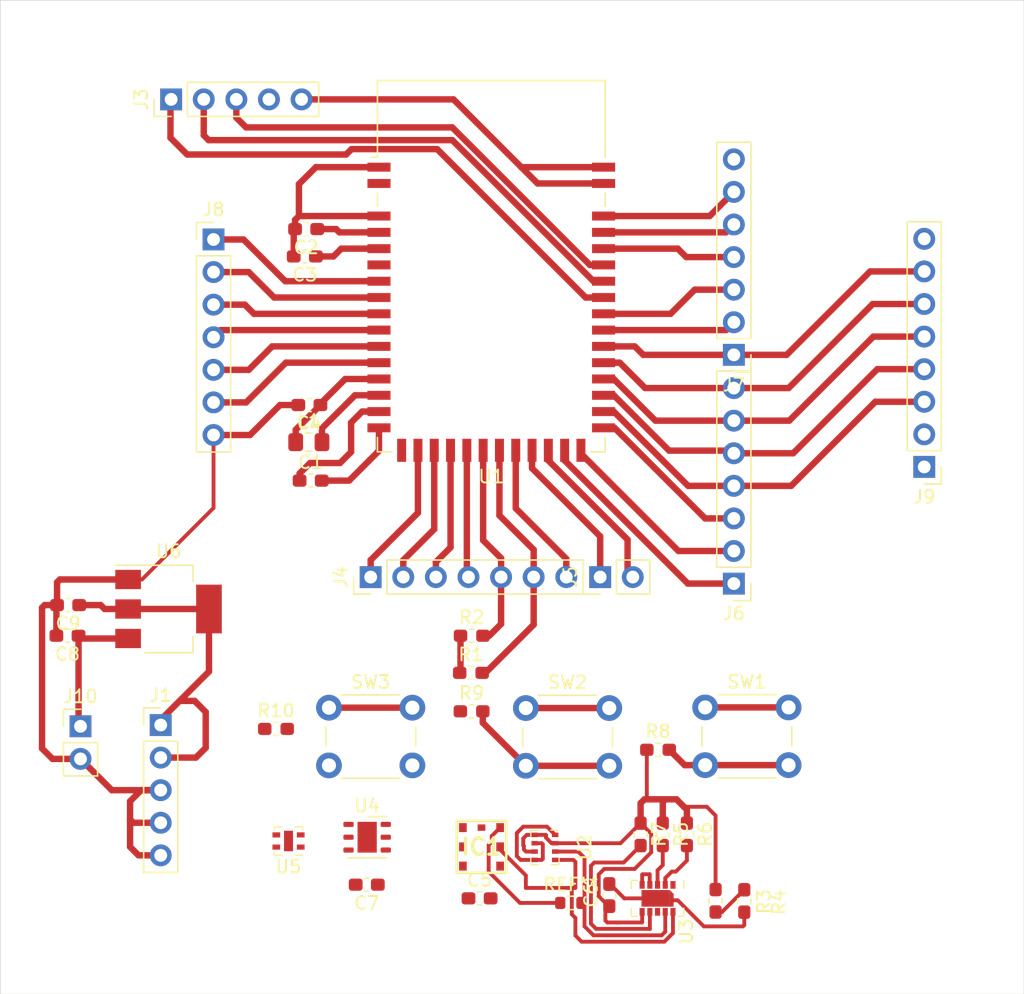
<source format=kicad_pcb>
(kicad_pcb (version 20171130) (host pcbnew "(5.1.9)-1")

  (general
    (thickness 1.6)
    (drawings 5)
    (tracks 332)
    (zones 0)
    (modules 40)
    (nets 43)
  )

  (page A4)
  (layers
    (0 F.Cu signal)
    (31 B.Cu signal)
    (32 B.Adhes user)
    (33 F.Adhes user)
    (34 B.Paste user)
    (35 F.Paste user)
    (36 B.SilkS user)
    (37 F.SilkS user)
    (38 B.Mask user)
    (39 F.Mask user)
    (40 Dwgs.User user)
    (41 Cmts.User user)
    (42 Eco1.User user)
    (43 Eco2.User user)
    (44 Edge.Cuts user)
    (45 Margin user)
    (46 B.CrtYd user)
    (47 F.CrtYd user)
    (48 B.Fab user)
    (49 F.Fab user hide)
  )

  (setup
    (last_trace_width 0.5)
    (user_trace_width 0.3)
    (user_trace_width 0.5)
    (user_trace_width 0.8)
    (user_trace_width 1)
    (trace_clearance 0.2)
    (zone_clearance 0.508)
    (zone_45_only no)
    (trace_min 0.2)
    (via_size 0.8)
    (via_drill 0.4)
    (via_min_size 0.4)
    (via_min_drill 0.3)
    (user_via 0.8 0.7)
    (uvia_size 0.3)
    (uvia_drill 0.1)
    (uvias_allowed no)
    (uvia_min_size 0.2)
    (uvia_min_drill 0.1)
    (edge_width 0.05)
    (segment_width 0.2)
    (pcb_text_width 0.3)
    (pcb_text_size 1.5 1.5)
    (mod_edge_width 0.12)
    (mod_text_size 1 1)
    (mod_text_width 0.15)
    (pad_size 0.8 0.95)
    (pad_drill 0)
    (pad_to_mask_clearance 0)
    (aux_axis_origin 0 0)
    (visible_elements FFFFFF7F)
    (pcbplotparams
      (layerselection 0x010fc_ffffffff)
      (usegerberextensions false)
      (usegerberattributes true)
      (usegerberadvancedattributes true)
      (creategerberjobfile true)
      (excludeedgelayer true)
      (linewidth 0.100000)
      (plotframeref false)
      (viasonmask false)
      (mode 1)
      (useauxorigin false)
      (hpglpennumber 1)
      (hpglpenspeed 20)
      (hpglpendiameter 15.000000)
      (psnegative false)
      (psa4output false)
      (plotreference true)
      (plotvalue true)
      (plotinvisibletext false)
      (padsonsilk false)
      (subtractmaskfromsilk false)
      (outputformat 1)
      (mirror false)
      (drillshape 1)
      (scaleselection 1)
      (outputdirectory ""))
  )

  (net 0 "")
  (net 1 GND)
  (net 2 "Net-(C1-Pad1)")
  (net 3 "Net-(C2-Pad1)")
  (net 4 "Net-(C3-Pad1)")
  (net 5 "Net-(C4-Pad1)")
  (net 6 +3V3)
  (net 7 "Net-(C8-Pad1)")
  (net 8 SCL)
  (net 9 SDA)
  (net 10 "Net-(J3-Pad3)")
  (net 11 "Net-(J3-Pad2)")
  (net 12 "Net-(J3-Pad1)")
  (net 13 "Net-(J4-Pad7)")
  (net 14 "Net-(J4-Pad4)")
  (net 15 "Net-(J4-Pad3)")
  (net 16 "Net-(J4-Pad2)")
  (net 17 "Net-(J4-Pad1)")
  (net 18 "Net-(J5-Pad2)")
  (net 19 "Net-(J5-Pad1)")
  (net 20 /processor/dis_RS)
  (net 21 /processor/dis_RES)
  (net 22 /processor/dis_SDA)
  (net 23 /processor/dis_SCK)
  (net 24 CCS811_nWAKE)
  (net 25 CCS811_nRESET)
  (net 26 CCS811_nINT)
  (net 27 "Net-(J7-Pad6)")
  (net 28 "Net-(J7-Pad5)")
  (net 29 "Net-(J7-Pad4)")
  (net 30 "Net-(J7-Pad3)")
  (net 31 "Net-(J7-Pad2)")
  (net 32 /processor/dis_CS)
  (net 33 "Net-(J8-Pad6)")
  (net 34 "Net-(J8-Pad5)")
  (net 35 "Net-(J8-Pad4)")
  (net 36 "Net-(J8-Pad3)")
  (net 37 "Net-(L1-Pad2)")
  (net 38 "Net-(R3-Pad2)")
  (net 39 /processor/bl)
  (net 40 /processor/bc)
  (net 41 /processor/br)
  (net 42 "Net-(U3-Pad4)")

  (net_class Default "This is the default net class."
    (clearance 0.2)
    (trace_width 0.25)
    (via_dia 0.8)
    (via_drill 0.4)
    (uvia_dia 0.3)
    (uvia_drill 0.1)
    (add_net +3V3)
    (add_net /processor/bc)
    (add_net /processor/bl)
    (add_net /processor/br)
    (add_net /processor/dis_CS)
    (add_net /processor/dis_RES)
    (add_net /processor/dis_RS)
    (add_net /processor/dis_SCK)
    (add_net /processor/dis_SDA)
    (add_net CCS811_nINT)
    (add_net CCS811_nRESET)
    (add_net CCS811_nWAKE)
    (add_net GND)
    (add_net "Net-(C1-Pad1)")
    (add_net "Net-(C2-Pad1)")
    (add_net "Net-(C3-Pad1)")
    (add_net "Net-(C4-Pad1)")
    (add_net "Net-(C8-Pad1)")
    (add_net "Net-(J3-Pad1)")
    (add_net "Net-(J3-Pad2)")
    (add_net "Net-(J3-Pad3)")
    (add_net "Net-(J4-Pad1)")
    (add_net "Net-(J4-Pad2)")
    (add_net "Net-(J4-Pad3)")
    (add_net "Net-(J4-Pad4)")
    (add_net "Net-(J4-Pad7)")
    (add_net "Net-(J5-Pad1)")
    (add_net "Net-(J5-Pad2)")
    (add_net "Net-(J7-Pad2)")
    (add_net "Net-(J7-Pad3)")
    (add_net "Net-(J7-Pad4)")
    (add_net "Net-(J7-Pad5)")
    (add_net "Net-(J7-Pad6)")
    (add_net "Net-(J8-Pad3)")
    (add_net "Net-(J8-Pad4)")
    (add_net "Net-(J8-Pad5)")
    (add_net "Net-(J8-Pad6)")
    (add_net "Net-(L1-Pad2)")
    (add_net "Net-(R3-Pad2)")
    (add_net "Net-(U3-Pad4)")
    (add_net "Net-(U4-Pad3)")
    (add_net "Net-(U4-Pad4)")
    (add_net "Net-(U4-Pad7)")
    (add_net SCL)
    (add_net SDA)
  )

  (module Resistor_SMD:R_0603_1608Metric (layer F.Cu) (tedit 602ADBBB) (tstamp 602B319E)
    (at -276.7076 -361.4928)
    (descr "Resistor SMD 0603 (1608 Metric), square (rectangular) end terminal, IPC_7351 nominal, (Body size source: IPC-SM-782 page 72, https://www.pcb-3d.com/wordpress/wp-content/uploads/ipc-sm-782a_amendment_1_and_2.pdf), generated with kicad-footprint-generator")
    (tags resistor)
    (attr smd)
    (fp_text reference REF** (at 0 -1.43) (layer F.SilkS)
      (effects (font (size 1 1) (thickness 0.15)))
    )
    (fp_text value R_0603_1608Metric (at 0 1.43) (layer F.Fab)
      (effects (font (size 1 1) (thickness 0.15)))
    )
    (fp_text user %R (at 0 0) (layer F.Fab)
      (effects (font (size 0.4 0.4) (thickness 0.06)))
    )
    (fp_line (start -0.8 0.4125) (end -0.8 -0.4125) (layer F.Fab) (width 0.1))
    (fp_line (start -0.8 -0.4125) (end 0.8 -0.4125) (layer F.Fab) (width 0.1))
    (fp_line (start 0.8 -0.4125) (end 0.8 0.4125) (layer F.Fab) (width 0.1))
    (fp_line (start 0.8 0.4125) (end -0.8 0.4125) (layer F.Fab) (width 0.1))
    (fp_line (start -0.237258 -0.5225) (end 0.237258 -0.5225) (layer F.SilkS) (width 0.12))
    (fp_line (start -0.237258 0.5225) (end 0.237258 0.5225) (layer F.SilkS) (width 0.12))
    (fp_line (start -1.48 0.73) (end -1.48 -0.73) (layer F.CrtYd) (width 0.05))
    (fp_line (start -1.48 -0.73) (end 1.48 -0.73) (layer F.CrtYd) (width 0.05))
    (fp_line (start 1.48 -0.73) (end 1.48 0.73) (layer F.CrtYd) (width 0.05))
    (fp_line (start 1.48 0.73) (end -1.48 0.73) (layer F.CrtYd) (width 0.05))
    (pad 2 smd roundrect (at 0.825 0) (size 0.8 0.95) (layers F.Cu F.Paste F.Mask) (roundrect_rratio 0.25)
      (net 9 SDA))
    (pad 1 smd roundrect (at -0.825 0) (size 0.8 0.95) (layers F.Cu F.Paste F.Mask) (roundrect_rratio 0.25)
      (net 9 SDA))
    (model ${KISYS3DMOD}/Resistor_SMD.3dshapes/R_0603_1608Metric.wrl
      (at (xyz 0 0 0))
      (scale (xyz 1 1 1))
      (rotate (xyz 0 0 0))
    )
  )

  (module Button_Switch_THT:SW_PUSH_6mm (layer F.Cu) (tedit 5A02FE31) (tstamp 602AD055)
    (at -295.552 -376.7116)
    (descr https://www.omron.com/ecb/products/pdf/en-b3f.pdf)
    (tags "tact sw push 6mm")
    (path /602963FD/60342C9A)
    (fp_text reference SW3 (at 3.25 -2) (layer F.SilkS)
      (effects (font (size 1 1) (thickness 0.15)))
    )
    (fp_text value right (at 3.75 6.7) (layer F.Fab)
      (effects (font (size 1 1) (thickness 0.15)))
    )
    (fp_text user %R (at 3.25 2.25) (layer F.Fab)
      (effects (font (size 1 1) (thickness 0.15)))
    )
    (fp_line (start 3.25 -0.75) (end 6.25 -0.75) (layer F.Fab) (width 0.1))
    (fp_line (start 6.25 -0.75) (end 6.25 5.25) (layer F.Fab) (width 0.1))
    (fp_line (start 6.25 5.25) (end 0.25 5.25) (layer F.Fab) (width 0.1))
    (fp_line (start 0.25 5.25) (end 0.25 -0.75) (layer F.Fab) (width 0.1))
    (fp_line (start 0.25 -0.75) (end 3.25 -0.75) (layer F.Fab) (width 0.1))
    (fp_line (start 7.75 6) (end 8 6) (layer F.CrtYd) (width 0.05))
    (fp_line (start 8 6) (end 8 5.75) (layer F.CrtYd) (width 0.05))
    (fp_line (start 7.75 -1.5) (end 8 -1.5) (layer F.CrtYd) (width 0.05))
    (fp_line (start 8 -1.5) (end 8 -1.25) (layer F.CrtYd) (width 0.05))
    (fp_line (start -1.5 -1.25) (end -1.5 -1.5) (layer F.CrtYd) (width 0.05))
    (fp_line (start -1.5 -1.5) (end -1.25 -1.5) (layer F.CrtYd) (width 0.05))
    (fp_line (start -1.5 5.75) (end -1.5 6) (layer F.CrtYd) (width 0.05))
    (fp_line (start -1.5 6) (end -1.25 6) (layer F.CrtYd) (width 0.05))
    (fp_line (start -1.25 -1.5) (end 7.75 -1.5) (layer F.CrtYd) (width 0.05))
    (fp_line (start -1.5 5.75) (end -1.5 -1.25) (layer F.CrtYd) (width 0.05))
    (fp_line (start 7.75 6) (end -1.25 6) (layer F.CrtYd) (width 0.05))
    (fp_line (start 8 -1.25) (end 8 5.75) (layer F.CrtYd) (width 0.05))
    (fp_line (start 1 5.5) (end 5.5 5.5) (layer F.SilkS) (width 0.12))
    (fp_line (start -0.25 1.5) (end -0.25 3) (layer F.SilkS) (width 0.12))
    (fp_line (start 5.5 -1) (end 1 -1) (layer F.SilkS) (width 0.12))
    (fp_line (start 6.75 3) (end 6.75 1.5) (layer F.SilkS) (width 0.12))
    (fp_circle (center 3.25 2.25) (end 1.25 2.5) (layer F.Fab) (width 0.1))
    (pad 1 thru_hole circle (at 6.5 0 90) (size 2 2) (drill 1.1) (layers *.Cu *.Mask)
      (net 1 GND))
    (pad 2 thru_hole circle (at 6.5 4.5 90) (size 2 2) (drill 1.1) (layers *.Cu *.Mask)
      (net 41 /processor/br))
    (pad 1 thru_hole circle (at 0 0 90) (size 2 2) (drill 1.1) (layers *.Cu *.Mask)
      (net 1 GND))
    (pad 2 thru_hole circle (at 0 4.5 90) (size 2 2) (drill 1.1) (layers *.Cu *.Mask)
      (net 41 /processor/br))
    (model ${KISYS3DMOD}/Button_Switch_THT.3dshapes/SW_PUSH_6mm.wrl
      (at (xyz 0 0 0))
      (scale (xyz 1 1 1))
      (rotate (xyz 0 0 0))
    )
  )

  (module Button_Switch_THT:SW_PUSH_6mm (layer F.Cu) (tedit 5A02FE31) (tstamp 602AD036)
    (at -280.2128 -376.682)
    (descr https://www.omron.com/ecb/products/pdf/en-b3f.pdf)
    (tags "tact sw push 6mm")
    (path /602963FD/6034262E)
    (fp_text reference SW2 (at 3.25 -2) (layer F.SilkS)
      (effects (font (size 1 1) (thickness 0.15)))
    )
    (fp_text value center (at 3.75 6.7) (layer F.Fab)
      (effects (font (size 1 1) (thickness 0.15)))
    )
    (fp_text user %R (at 3.25 2.25) (layer F.Fab)
      (effects (font (size 1 1) (thickness 0.15)))
    )
    (fp_line (start 3.25 -0.75) (end 6.25 -0.75) (layer F.Fab) (width 0.1))
    (fp_line (start 6.25 -0.75) (end 6.25 5.25) (layer F.Fab) (width 0.1))
    (fp_line (start 6.25 5.25) (end 0.25 5.25) (layer F.Fab) (width 0.1))
    (fp_line (start 0.25 5.25) (end 0.25 -0.75) (layer F.Fab) (width 0.1))
    (fp_line (start 0.25 -0.75) (end 3.25 -0.75) (layer F.Fab) (width 0.1))
    (fp_line (start 7.75 6) (end 8 6) (layer F.CrtYd) (width 0.05))
    (fp_line (start 8 6) (end 8 5.75) (layer F.CrtYd) (width 0.05))
    (fp_line (start 7.75 -1.5) (end 8 -1.5) (layer F.CrtYd) (width 0.05))
    (fp_line (start 8 -1.5) (end 8 -1.25) (layer F.CrtYd) (width 0.05))
    (fp_line (start -1.5 -1.25) (end -1.5 -1.5) (layer F.CrtYd) (width 0.05))
    (fp_line (start -1.5 -1.5) (end -1.25 -1.5) (layer F.CrtYd) (width 0.05))
    (fp_line (start -1.5 5.75) (end -1.5 6) (layer F.CrtYd) (width 0.05))
    (fp_line (start -1.5 6) (end -1.25 6) (layer F.CrtYd) (width 0.05))
    (fp_line (start -1.25 -1.5) (end 7.75 -1.5) (layer F.CrtYd) (width 0.05))
    (fp_line (start -1.5 5.75) (end -1.5 -1.25) (layer F.CrtYd) (width 0.05))
    (fp_line (start 7.75 6) (end -1.25 6) (layer F.CrtYd) (width 0.05))
    (fp_line (start 8 -1.25) (end 8 5.75) (layer F.CrtYd) (width 0.05))
    (fp_line (start 1 5.5) (end 5.5 5.5) (layer F.SilkS) (width 0.12))
    (fp_line (start -0.25 1.5) (end -0.25 3) (layer F.SilkS) (width 0.12))
    (fp_line (start 5.5 -1) (end 1 -1) (layer F.SilkS) (width 0.12))
    (fp_line (start 6.75 3) (end 6.75 1.5) (layer F.SilkS) (width 0.12))
    (fp_circle (center 3.25 2.25) (end 1.25 2.5) (layer F.Fab) (width 0.1))
    (pad 1 thru_hole circle (at 6.5 0 90) (size 2 2) (drill 1.1) (layers *.Cu *.Mask)
      (net 1 GND))
    (pad 2 thru_hole circle (at 6.5 4.5 90) (size 2 2) (drill 1.1) (layers *.Cu *.Mask)
      (net 40 /processor/bc))
    (pad 1 thru_hole circle (at 0 0 90) (size 2 2) (drill 1.1) (layers *.Cu *.Mask)
      (net 1 GND))
    (pad 2 thru_hole circle (at 0 4.5 90) (size 2 2) (drill 1.1) (layers *.Cu *.Mask)
      (net 40 /processor/bc))
    (model ${KISYS3DMOD}/Button_Switch_THT.3dshapes/SW_PUSH_6mm.wrl
      (at (xyz 0 0 0))
      (scale (xyz 1 1 1))
      (rotate (xyz 0 0 0))
    )
  )

  (module Button_Switch_THT:SW_PUSH_6mm (layer F.Cu) (tedit 5A02FE31) (tstamp 602AD017)
    (at -266.2428 -376.7328)
    (descr https://www.omron.com/ecb/products/pdf/en-b3f.pdf)
    (tags "tact sw push 6mm")
    (path /602963FD/603416AF)
    (fp_text reference SW1 (at 3.25 -2) (layer F.SilkS)
      (effects (font (size 1 1) (thickness 0.15)))
    )
    (fp_text value left (at 3.75 6.7) (layer F.Fab)
      (effects (font (size 1 1) (thickness 0.15)))
    )
    (fp_text user %R (at 3.25 2.25) (layer F.Fab)
      (effects (font (size 1 1) (thickness 0.15)))
    )
    (fp_line (start 3.25 -0.75) (end 6.25 -0.75) (layer F.Fab) (width 0.1))
    (fp_line (start 6.25 -0.75) (end 6.25 5.25) (layer F.Fab) (width 0.1))
    (fp_line (start 6.25 5.25) (end 0.25 5.25) (layer F.Fab) (width 0.1))
    (fp_line (start 0.25 5.25) (end 0.25 -0.75) (layer F.Fab) (width 0.1))
    (fp_line (start 0.25 -0.75) (end 3.25 -0.75) (layer F.Fab) (width 0.1))
    (fp_line (start 7.75 6) (end 8 6) (layer F.CrtYd) (width 0.05))
    (fp_line (start 8 6) (end 8 5.75) (layer F.CrtYd) (width 0.05))
    (fp_line (start 7.75 -1.5) (end 8 -1.5) (layer F.CrtYd) (width 0.05))
    (fp_line (start 8 -1.5) (end 8 -1.25) (layer F.CrtYd) (width 0.05))
    (fp_line (start -1.5 -1.25) (end -1.5 -1.5) (layer F.CrtYd) (width 0.05))
    (fp_line (start -1.5 -1.5) (end -1.25 -1.5) (layer F.CrtYd) (width 0.05))
    (fp_line (start -1.5 5.75) (end -1.5 6) (layer F.CrtYd) (width 0.05))
    (fp_line (start -1.5 6) (end -1.25 6) (layer F.CrtYd) (width 0.05))
    (fp_line (start -1.25 -1.5) (end 7.75 -1.5) (layer F.CrtYd) (width 0.05))
    (fp_line (start -1.5 5.75) (end -1.5 -1.25) (layer F.CrtYd) (width 0.05))
    (fp_line (start 7.75 6) (end -1.25 6) (layer F.CrtYd) (width 0.05))
    (fp_line (start 8 -1.25) (end 8 5.75) (layer F.CrtYd) (width 0.05))
    (fp_line (start 1 5.5) (end 5.5 5.5) (layer F.SilkS) (width 0.12))
    (fp_line (start -0.25 1.5) (end -0.25 3) (layer F.SilkS) (width 0.12))
    (fp_line (start 5.5 -1) (end 1 -1) (layer F.SilkS) (width 0.12))
    (fp_line (start 6.75 3) (end 6.75 1.5) (layer F.SilkS) (width 0.12))
    (fp_circle (center 3.25 2.25) (end 1.25 2.5) (layer F.Fab) (width 0.1))
    (pad 1 thru_hole circle (at 6.5 0 90) (size 2 2) (drill 1.1) (layers *.Cu *.Mask)
      (net 1 GND))
    (pad 2 thru_hole circle (at 6.5 4.5 90) (size 2 2) (drill 1.1) (layers *.Cu *.Mask)
      (net 39 /processor/bl))
    (pad 1 thru_hole circle (at 0 0 90) (size 2 2) (drill 1.1) (layers *.Cu *.Mask)
      (net 1 GND))
    (pad 2 thru_hole circle (at 0 4.5 90) (size 2 2) (drill 1.1) (layers *.Cu *.Mask)
      (net 39 /processor/bl))
    (model ${KISYS3DMOD}/Button_Switch_THT.3dshapes/SW_PUSH_6mm.wrl
      (at (xyz 0 0 0))
      (scale (xyz 1 1 1))
      (rotate (xyz 0 0 0))
    )
  )

  (module Package_TO_SOT_SMD:SOT-223-3_TabPin2 (layer F.Cu) (tedit 5A02FF57) (tstamp 602ABD9A)
    (at -308.0516 -384.4036)
    (descr "module CMS SOT223 4 pins")
    (tags "CMS SOT")
    (path /60296444/602AC3AD)
    (attr smd)
    (fp_text reference U6 (at 0 -4.5) (layer F.SilkS)
      (effects (font (size 1 1) (thickness 0.15)))
    )
    (fp_text value LT1117-3.3 (at 0 4.5) (layer F.Fab)
      (effects (font (size 1 1) (thickness 0.15)))
    )
    (fp_text user %R (at 0 0 90) (layer F.Fab)
      (effects (font (size 0.8 0.8) (thickness 0.12)))
    )
    (fp_line (start 1.91 3.41) (end 1.91 2.15) (layer F.SilkS) (width 0.12))
    (fp_line (start 1.91 -3.41) (end 1.91 -2.15) (layer F.SilkS) (width 0.12))
    (fp_line (start 4.4 -3.6) (end -4.4 -3.6) (layer F.CrtYd) (width 0.05))
    (fp_line (start 4.4 3.6) (end 4.4 -3.6) (layer F.CrtYd) (width 0.05))
    (fp_line (start -4.4 3.6) (end 4.4 3.6) (layer F.CrtYd) (width 0.05))
    (fp_line (start -4.4 -3.6) (end -4.4 3.6) (layer F.CrtYd) (width 0.05))
    (fp_line (start -1.85 -2.35) (end -0.85 -3.35) (layer F.Fab) (width 0.1))
    (fp_line (start -1.85 -2.35) (end -1.85 3.35) (layer F.Fab) (width 0.1))
    (fp_line (start -1.85 3.41) (end 1.91 3.41) (layer F.SilkS) (width 0.12))
    (fp_line (start -0.85 -3.35) (end 1.85 -3.35) (layer F.Fab) (width 0.1))
    (fp_line (start -4.1 -3.41) (end 1.91 -3.41) (layer F.SilkS) (width 0.12))
    (fp_line (start -1.85 3.35) (end 1.85 3.35) (layer F.Fab) (width 0.1))
    (fp_line (start 1.85 -3.35) (end 1.85 3.35) (layer F.Fab) (width 0.1))
    (pad 1 smd rect (at -3.15 -2.3) (size 2 1.5) (layers F.Cu F.Paste F.Mask)
      (net 1 GND))
    (pad 3 smd rect (at -3.15 2.3) (size 2 1.5) (layers F.Cu F.Paste F.Mask)
      (net 7 "Net-(C8-Pad1)"))
    (pad 2 smd rect (at -3.15 0) (size 2 1.5) (layers F.Cu F.Paste F.Mask)
      (net 6 +3V3))
    (pad 2 smd rect (at 3.15 0) (size 2 3.8) (layers F.Cu F.Paste F.Mask)
      (net 6 +3V3))
    (model ${KISYS3DMOD}/Package_TO_SOT_SMD.3dshapes/SOT-223.wrl
      (at (xyz 0 0 0))
      (scale (xyz 1 1 1))
      (rotate (xyz 0 0 0))
    )
  )

  (module Package_DFN_QFN:AMS_QFN-4-1EP_2x2mm_P0.95mm_EP0.7x1.6mm (layer F.Cu) (tedit 5A64B884) (tstamp 602ABD84)
    (at -298.704 -366.3188 180)
    (descr "UFD Package, 4-Lead Plastic QFN (2mm x 2mm), http://ams.com/eng/content/download/950231/2267959/483138")
    (tags "QFN 0.95")
    (path /60296418/602998ED)
    (attr smd)
    (fp_text reference U5 (at 0 -2) (layer F.SilkS)
      (effects (font (size 1 1) (thickness 0.15)))
    )
    (fp_text value ENS210 (at 0 2) (layer F.Fab)
      (effects (font (size 1 1) (thickness 0.15)))
    )
    (fp_text user %R (at 0 0) (layer F.Fab)
      (effects (font (size 0.4 0.4) (thickness 0.04)))
    )
    (fp_line (start -1.5 -1.25) (end 1.5 -1.25) (layer F.CrtYd) (width 0.05))
    (fp_line (start 1.5 -1.25) (end 1.5 1.25) (layer F.CrtYd) (width 0.05))
    (fp_line (start 1.5 1.25) (end -1.5 1.25) (layer F.CrtYd) (width 0.05))
    (fp_line (start -1.5 1.25) (end -1.5 -1.25) (layer F.CrtYd) (width 0.05))
    (fp_line (start 1.1 -1.1) (end 0.5 -1.1) (layer F.SilkS) (width 0.1))
    (fp_line (start 1.1 -1.1) (end 1.1 -0.85) (layer F.SilkS) (width 0.1))
    (fp_line (start 1.1 1.1) (end 1.1 0.85) (layer F.SilkS) (width 0.1))
    (fp_line (start 1.1 1.1) (end 0.5 1.1) (layer F.SilkS) (width 0.1))
    (fp_line (start -1.1 1.1) (end -1.1 0.85) (layer F.SilkS) (width 0.1))
    (fp_line (start -1.1 1.1) (end -0.5 1.1) (layer F.SilkS) (width 0.1))
    (fp_line (start -0.49 -1.1) (end -1.1 -1.1) (layer F.SilkS) (width 0.1))
    (fp_line (start -1 -0.7) (end -0.7 -1) (layer F.Fab) (width 0.1))
    (fp_line (start 1 -1) (end 1 1) (layer F.Fab) (width 0.1))
    (fp_line (start 1 1) (end -1 1) (layer F.Fab) (width 0.1))
    (fp_line (start -1 1) (end -1 -0.7) (layer F.Fab) (width 0.1))
    (fp_line (start -0.7 -1) (end 1 -1) (layer F.Fab) (width 0.1))
    (pad 3 smd rect (at 0.95 0.475 180) (size 0.6 0.4) (layers F.Cu F.Paste F.Mask)
      (net 9 SDA) (solder_paste_margin -0.05))
    (pad 1 smd rect (at -0.95 -0.475 180) (size 0.6 0.4) (layers F.Cu F.Paste F.Mask)
      (net 6 +3V3) (solder_paste_margin -0.05))
    (pad 2 smd rect (at -0.95 0.475 180) (size 0.6 0.4) (layers F.Cu F.Paste F.Mask)
      (net 8 SCL) (solder_paste_margin -0.05))
    (pad 4 smd rect (at 0.95 -0.475 180) (size 0.6 0.4) (layers F.Cu F.Paste F.Mask)
      (net 1 GND) (solder_paste_margin -0.05))
    (pad "" smd rect (at 0 0 180) (size 0.35 0.8) (layers F.Paste))
    (pad 5 smd rect (at 0 0 180) (size 0.7 1.6) (layers F.Cu F.Mask)
      (net 1 GND))
    (model ${KISYS3DMOD}/Package_DFN_QFN.3dshapes/AMS_QFN-4-1EP_2x2mm_P0.95mm.wrl
      (at (xyz 0 0 0))
      (scale (xyz 1 1 1))
      (rotate (xyz 0 0 0))
    )
  )

  (module Package_DFN_QFN:DFN-6-1EP_3x3mm_P1mm_EP1.5x2.4mm (layer F.Cu) (tedit 5DC5F54E) (tstamp 602ABD69)
    (at -292.5766 -366.614)
    (descr "DFN, 6 Pin (https://www.silabs.com/documents/public/data-sheets/Si7020-A20.pdf), generated with kicad-footprint-generator ipc_noLead_generator.py")
    (tags "DFN NoLead")
    (path /60296418/60299163)
    (attr smd)
    (fp_text reference U4 (at 0 -2.45) (layer F.SilkS)
      (effects (font (size 1 1) (thickness 0.15)))
    )
    (fp_text value Si7020-A20 (at 0 2.45) (layer F.Fab)
      (effects (font (size 1 1) (thickness 0.15)))
    )
    (fp_text user %R (at 0 0) (layer F.Fab)
      (effects (font (size 0.75 0.75) (thickness 0.11)))
    )
    (fp_line (start 0 -1.61) (end 1.5 -1.61) (layer F.SilkS) (width 0.12))
    (fp_line (start -1.5 1.61) (end 1.5 1.61) (layer F.SilkS) (width 0.12))
    (fp_line (start -0.75 -1.5) (end 1.5 -1.5) (layer F.Fab) (width 0.1))
    (fp_line (start 1.5 -1.5) (end 1.5 1.5) (layer F.Fab) (width 0.1))
    (fp_line (start 1.5 1.5) (end -1.5 1.5) (layer F.Fab) (width 0.1))
    (fp_line (start -1.5 1.5) (end -1.5 -0.75) (layer F.Fab) (width 0.1))
    (fp_line (start -1.5 -0.75) (end -0.75 -1.5) (layer F.Fab) (width 0.1))
    (fp_line (start -2.1 -1.75) (end -2.1 1.75) (layer F.CrtYd) (width 0.05))
    (fp_line (start -2.1 1.75) (end 2.1 1.75) (layer F.CrtYd) (width 0.05))
    (fp_line (start 2.1 1.75) (end 2.1 -1.75) (layer F.CrtYd) (width 0.05))
    (fp_line (start 2.1 -1.75) (end -2.1 -1.75) (layer F.CrtYd) (width 0.05))
    (pad "" smd roundrect (at 0.375 0.6) (size 0.6 0.97) (layers F.Paste) (roundrect_rratio 0.25))
    (pad "" smd roundrect (at 0.375 -0.6) (size 0.6 0.97) (layers F.Paste) (roundrect_rratio 0.25))
    (pad "" smd roundrect (at -0.375 0.6) (size 0.6 0.97) (layers F.Paste) (roundrect_rratio 0.25))
    (pad "" smd roundrect (at -0.375 -0.6) (size 0.6 0.97) (layers F.Paste) (roundrect_rratio 0.25))
    (pad 7 smd rect (at 0 0) (size 1.5 2.4) (layers F.Cu F.Mask))
    (pad 6 smd roundrect (at 1.45 -1) (size 0.8 0.4) (layers F.Cu F.Paste F.Mask) (roundrect_rratio 0.25)
      (net 8 SCL))
    (pad 5 smd roundrect (at 1.45 0) (size 0.8 0.4) (layers F.Cu F.Paste F.Mask) (roundrect_rratio 0.25)
      (net 6 +3V3))
    (pad 4 smd roundrect (at 1.45 1) (size 0.8 0.4) (layers F.Cu F.Paste F.Mask) (roundrect_rratio 0.25))
    (pad 3 smd roundrect (at -1.45 1) (size 0.8 0.4) (layers F.Cu F.Paste F.Mask) (roundrect_rratio 0.25))
    (pad 2 smd roundrect (at -1.45 0) (size 0.8 0.4) (layers F.Cu F.Paste F.Mask) (roundrect_rratio 0.25)
      (net 1 GND))
    (pad 1 smd roundrect (at -1.45 -1) (size 0.8 0.4) (layers F.Cu F.Paste F.Mask) (roundrect_rratio 0.25)
      (net 9 SDA))
    (model ${KISYS3DMOD}/Package_DFN_QFN.3dshapes/DFN-6-1EP_3x3mm_P1mm_EP1.5x2.4mm.wrl
      (at (xyz 0 0 0))
      (scale (xyz 1 1 1))
      (rotate (xyz 0 0 0))
    )
  )

  (module Package_LGA:AMS_LGA-10-1EP_2.7x4mm_P0.6mm (layer F.Cu) (tedit 5A02F217) (tstamp 602ABD4E)
    (at -269.9512 -361.8484 270)
    (descr "LGA-10, http://ams.com/eng/content/download/951091/2269479/471718")
    (tags "lga land grid array")
    (path /60296418/60298425)
    (attr smd)
    (fp_text reference U3 (at 2.5908 -2.2352 90) (layer F.SilkS)
      (effects (font (size 1 1) (thickness 0.15)))
    )
    (fp_text value CCS811 (at 0 3.1 90) (layer F.Fab)
      (effects (font (size 1 1) (thickness 0.15)))
    )
    (fp_text user %R (at 0 0 90) (layer F.Fab)
      (effects (font (size 0.5 0.5) (thickness 0.05)))
    )
    (fp_line (start 1.5 -2.15) (end 1.5 2.15) (layer F.CrtYd) (width 0.05))
    (fp_line (start 1.5 2.15) (end -1.5 2.15) (layer F.CrtYd) (width 0.05))
    (fp_line (start -1.5 2.15) (end -1.5 -2.15) (layer F.CrtYd) (width 0.05))
    (fp_line (start -1.5 -2.15) (end 1.5 -2.15) (layer F.CrtYd) (width 0.05))
    (fp_line (start 1.3 -1.95) (end 1.3 1.95) (layer F.Fab) (width 0.1))
    (fp_line (start 1.3 1.95) (end -1.3 1.95) (layer F.Fab) (width 0.1))
    (fp_line (start -1.3 1.95) (end -1.3 -1.65) (layer F.Fab) (width 0.1))
    (fp_line (start -1.3 -1.65) (end -1 -1.95) (layer F.Fab) (width 0.1))
    (fp_line (start -1 -1.95) (end 1.3 -1.95) (layer F.Fab) (width 0.1))
    (fp_line (start -1.4 1.57) (end -1.4 2.05) (layer F.SilkS) (width 0.1))
    (fp_line (start -1.4 2.05) (end -0.76 2.05) (layer F.SilkS) (width 0.1))
    (fp_line (start -1.4 -2.05) (end -0.76 -2.05) (layer F.SilkS) (width 0.1))
    (fp_line (start 0.76 2.05) (end 1.4 2.05) (layer F.SilkS) (width 0.1))
    (fp_line (start 1.4 1.57) (end 1.4 2.05) (layer F.SilkS) (width 0.1))
    (fp_line (start 0.76 -2.05) (end 1.4 -2.05) (layer F.SilkS) (width 0.1))
    (fp_line (start 1.4 -2.05) (end 1.4 -1.57) (layer F.SilkS) (width 0.1))
    (pad 8 smd rect (at 1.05 0 270) (size 0.6 0.4) (layers F.Cu F.Paste F.Mask))
    (pad 4 smd rect (at -1.05 0.6 270) (size 0.6 0.4) (layers F.Cu F.Paste F.Mask)
      (net 42 "Net-(U3-Pad4)"))
    (pad 3 smd rect (at -1.05 0 270) (size 0.6 0.4) (layers F.Cu F.Paste F.Mask)
      (net 26 CCS811_nINT))
    (pad 2 smd rect (at -1.05 -0.6 270) (size 0.6 0.4) (layers F.Cu F.Paste F.Mask)
      (net 25 CCS811_nRESET))
    (pad 1 smd rect (at -1.05 -1.2 270) (size 0.6 0.4) (layers F.Cu F.Paste F.Mask)
      (net 38 "Net-(R3-Pad2)"))
    (pad 5 smd rect (at -1.05 1.2 270) (size 0.6 0.4) (layers F.Cu F.Paste F.Mask)
      (net 42 "Net-(U3-Pad4)"))
    (pad 9 smd rect (at 1.05 -0.6 270) (size 0.6 0.4) (layers F.Cu F.Paste F.Mask)
      (net 9 SDA))
    (pad 10 smd rect (at 1.05 -1.2 270) (size 0.6 0.4) (layers F.Cu F.Paste F.Mask)
      (net 8 SCL))
    (pad 7 smd rect (at 1.05 0.6 270) (size 0.6 0.4) (layers F.Cu F.Paste F.Mask)
      (net 24 CCS811_nWAKE))
    (pad 6 smd rect (at 1.05 1.2 270) (size 0.6 0.4) (layers F.Cu F.Paste F.Mask)
      (net 6 +3V3))
    (pad 11 smd rect (at 0 0.15 270) (size 1.3 2.2) (layers F.Cu F.Paste F.Mask)
      (net 1 GND))
    (pad 11 smd rect (at 0.15 -1.1 270) (size 1 0.3) (layers F.Cu F.Paste F.Mask)
      (net 1 GND))
    (pad 11 smd trapezoid (at 0 -1.1 270) (size 1 0.3) (rect_delta 0 0.3 ) (layers F.Cu F.Paste F.Mask)
      (net 1 GND))
    (model ${KISYS3DMOD}/Package_LGA.3dshapes/AMS_LGA-10-1EP_2.7x4mm_P0.6mm.wrl
      (at (xyz 0 0 0))
      (scale (xyz 1 1 1))
      (rotate (xyz 0 0 0))
    )
  )

  (module Package_LGA:Bosch_LGA-8_2x2.5mm_P0.65mm_ClockwisePinNumbering (layer F.Cu) (tedit 5A2F92D2) (tstamp 602ABD2C)
    (at -278.7268 -365.8206 270)
    (descr "LGA-8, https://ae-bst.resource.bosch.com/media/_tech/media/datasheets/BST-BMP280-DS001-18.pdf")
    (tags "lga land grid array")
    (path /60296418/60297DD8)
    (attr smd)
    (fp_text reference U2 (at 0 -3.1 90) (layer F.SilkS)
      (effects (font (size 1 1) (thickness 0.15)))
    )
    (fp_text value BMP280 (at 4.6736 1.8796 90) (layer F.Fab)
      (effects (font (size 1 1) (thickness 0.15)))
    )
    (fp_text user %R (at 0.476999 -0.577401 90) (layer F.Fab)
      (effects (font (size 0.5 0.5) (thickness 0.075)))
    )
    (fp_line (start -1.35 1.1) (end -0.87 1.1) (layer F.SilkS) (width 0.1))
    (fp_line (start -1.55 -1.3) (end 1.55 -1.3) (layer F.CrtYd) (width 0.05))
    (fp_line (start 1.55 -1.3) (end 1.55 1.3) (layer F.CrtYd) (width 0.05))
    (fp_line (start 1.55 1.3) (end -1.55 1.3) (layer F.CrtYd) (width 0.05))
    (fp_line (start -1.55 1.3) (end -1.55 -1.3) (layer F.CrtYd) (width 0.05))
    (fp_line (start -1.25 1) (end 1.25 1) (layer F.Fab) (width 0.1))
    (fp_line (start 1.25 -1) (end 1.25 1) (layer F.Fab) (width 0.1))
    (fp_line (start 1.25 -1) (end -1 -1) (layer F.Fab) (width 0.1))
    (fp_line (start -1 -1) (end -1.25 -0.75) (layer F.Fab) (width 0.1))
    (fp_line (start -1.25 1) (end -1.25 -0.75) (layer F.Fab) (width 0.1))
    (fp_line (start 0.87 1.1) (end 1.35 1.1) (layer F.SilkS) (width 0.1))
    (fp_line (start 1.35 1.1) (end 1.35 0.46) (layer F.SilkS) (width 0.1))
    (fp_line (start -1.35 1.1) (end -1.35 0.46) (layer F.SilkS) (width 0.1))
    (fp_line (start 1.35 -0.46) (end 1.35 -1.1) (layer F.SilkS) (width 0.1))
    (fp_line (start 0.87 -1.1) (end 1.35 -1.1) (layer F.SilkS) (width 0.1))
    (fp_line (start -1.35 -0.46) (end -1.35 -1.1) (layer F.SilkS) (width 0.1))
    (pad 8 smd rect (at -0.975 0.8) (size 0.5 0.35) (layers F.Cu F.Paste F.Mask)
      (net 6 +3V3))
    (pad 2 smd rect (at -0.325 -0.8) (size 0.5 0.35) (layers F.Cu F.Paste F.Mask)
      (net 6 +3V3))
    (pad 3 smd rect (at 0.325 -0.8) (size 0.5 0.35) (layers F.Cu F.Paste F.Mask)
      (net 9 SDA))
    (pad 4 smd rect (at 0.975 -0.8) (size 0.5 0.35) (layers F.Cu F.Paste F.Mask)
      (net 8 SCL))
    (pad 7 smd rect (at -0.325 0.8) (size 0.5 0.35) (layers F.Cu F.Paste F.Mask)
      (net 1 GND))
    (pad 6 smd rect (at 0.325 0.8) (size 0.5 0.35) (layers F.Cu F.Paste F.Mask)
      (net 6 +3V3))
    (pad 5 smd rect (at 0.975 0.8) (size 0.5 0.35) (layers F.Cu F.Paste F.Mask)
      (net 1 GND))
    (pad 1 smd rect (at -0.975 -0.8) (size 0.5 0.35) (layers F.Cu F.Paste F.Mask)
      (net 1 GND))
    (model ${KISYS3DMOD}/Package_LGA.3dshapes/Bosch_LGA-8_2x2.5mm_P0.65mm_ClockwisePinNumbering.wrl
      (at (xyz 0 0 0))
      (scale (xyz 1 1 1))
      (rotate (xyz 0 0 0))
    )
  )

  (module RF_Module:E73-2G4M04S (layer F.Cu) (tedit 5AFF5B3A) (tstamp 602ABD0F)
    (at -282.9052 -411.1244)
    (descr http://www.cdebyte.com/en/downpdf.aspx?id=243)
    (tags "BLE BLE5 nRF52832")
    (path /602963FD/602A1C17)
    (attr smd)
    (fp_text reference U1 (at 0 16.4) (layer F.SilkS)
      (effects (font (size 1 1) (thickness 0.15)))
    )
    (fp_text value E73-2G4M04S-52832 (at 0 -15.35) (layer F.Fab)
      (effects (font (size 1 1) (thickness 0.15)))
    )
    (fp_text user %R (at 0 0) (layer F.Fab)
      (effects (font (size 1 1) (thickness 0.15)))
    )
    (fp_text user "on any PCB layer." (at 0 -10.1) (layer Cmts.User)
      (effects (font (size 0.4 0.4) (thickness 0.06)))
    )
    (fp_text user "No metal, traces, or components" (at 0 -11.1) (layer Cmts.User)
      (effects (font (size 0.4 0.4) (thickness 0.06)))
    )
    (fp_text user "KEEP-OUT ZONE" (at 0 -12.85) (layer Cmts.User)
      (effects (font (size 1 1) (thickness 0.15)))
    )
    (fp_line (start -8.75 14.35) (end 8.75 14.35) (layer F.Fab) (width 0.1))
    (fp_line (start 8.75 14.35) (end 8.75 -14.35) (layer F.Fab) (width 0.1))
    (fp_line (start 8.75 -14.35) (end -8.75 -14.35) (layer F.Fab) (width 0.1))
    (fp_line (start -8.75 -8.07) (end -8.4 -7.72) (layer F.Fab) (width 0.1))
    (fp_line (start -8.4 -7.72) (end -8.75 -7.37) (layer F.Fab) (width 0.1))
    (fp_line (start -8.75 -8.07) (end -8.75 -14.35) (layer F.Fab) (width 0.1))
    (fp_line (start -8.75 -7.37) (end -8.75 14.35) (layer F.Fab) (width 0.1))
    (fp_line (start -8.87 14.47) (end -8.87 13.35) (layer F.SilkS) (width 0.12))
    (fp_line (start -8.87 14.47) (end -7.72 14.47) (layer F.SilkS) (width 0.12))
    (fp_line (start 8.87 14.47) (end 8.87 13.35) (layer F.SilkS) (width 0.12))
    (fp_line (start 8.87 14.47) (end 7.72 14.47) (layer F.SilkS) (width 0.12))
    (fp_line (start 8.87 -5.7) (end 8.87 -4.66) (layer F.SilkS) (width 0.12))
    (fp_line (start -8.87 -5.7) (end -8.87 -4.66) (layer F.SilkS) (width 0.12))
    (fp_line (start 8.87 -14.47) (end 8.87 -8.49) (layer F.SilkS) (width 0.12))
    (fp_line (start 8.87 -14.47) (end -8.87 -14.47) (layer F.SilkS) (width 0.12))
    (fp_line (start -8.87 -14.47) (end -8.87 -8.49) (layer F.SilkS) (width 0.12))
    (fp_line (start -8.87 -8.49) (end -9.37 -8.49) (layer F.SilkS) (width 0.12))
    (fp_line (start -8.75 -14.35) (end 8.75 -14.35) (layer Dwgs.User) (width 0.1))
    (fp_line (start 8.75 -14.35) (end 8.75 -8.85) (layer Dwgs.User) (width 0.1))
    (fp_line (start 8.75 -8.85) (end -8.75 -8.85) (layer Dwgs.User) (width 0.1))
    (fp_line (start -8.75 -8.85) (end -8.75 -14.35) (layer Dwgs.User) (width 0.1))
    (fp_line (start -8.75 -9.85) (end -7.75 -8.85) (layer Dwgs.User) (width 0.1))
    (fp_line (start -8.75 -10.85) (end -6.75 -8.85) (layer Dwgs.User) (width 0.1))
    (fp_line (start -8.75 -11.85) (end -5.75 -8.85) (layer Dwgs.User) (width 0.1))
    (fp_line (start -4.75 -8.85) (end -8.75 -12.85) (layer Dwgs.User) (width 0.1))
    (fp_line (start -8.75 -13.85) (end -3.75 -8.85) (layer Dwgs.User) (width 0.1))
    (fp_line (start -2.75 -8.85) (end -8.25 -14.35) (layer Dwgs.User) (width 0.1))
    (fp_line (start -7.25 -14.35) (end -1.75 -8.85) (layer Dwgs.User) (width 0.1))
    (fp_line (start -0.75 -8.85) (end -6.25 -14.35) (layer Dwgs.User) (width 0.1))
    (fp_line (start -5.25 -14.35) (end 0.25 -8.85) (layer Dwgs.User) (width 0.1))
    (fp_line (start 1.25 -8.85) (end -4.25 -14.35) (layer Dwgs.User) (width 0.1))
    (fp_line (start -3.25 -14.35) (end 2.25 -8.85) (layer Dwgs.User) (width 0.1))
    (fp_line (start 3.25 -8.85) (end -2.25 -14.35) (layer Dwgs.User) (width 0.1))
    (fp_line (start -1.25 -14.35) (end 4.25 -8.85) (layer Dwgs.User) (width 0.1))
    (fp_line (start 5.25 -8.85) (end -0.25 -14.35) (layer Dwgs.User) (width 0.1))
    (fp_line (start 0.75 -14.35) (end 6.25 -8.85) (layer Dwgs.User) (width 0.1))
    (fp_line (start 7.25 -8.85) (end 1.75 -14.35) (layer Dwgs.User) (width 0.1))
    (fp_line (start 2.75 -14.35) (end 8.25 -8.85) (layer Dwgs.User) (width 0.1))
    (fp_line (start 8.75 -9.35) (end 3.75 -14.35) (layer Dwgs.User) (width 0.1))
    (fp_line (start 4.75 -14.35) (end 8.75 -10.35) (layer Dwgs.User) (width 0.1))
    (fp_line (start 8.75 -11.35) (end 5.75 -14.35) (layer Dwgs.User) (width 0.1))
    (fp_line (start 6.75 -14.35) (end 8.75 -12.35) (layer Dwgs.User) (width 0.1))
    (fp_line (start 8.75 -13.35) (end 7.75 -14.35) (layer Dwgs.User) (width 0.1))
    (fp_line (start -9.9 15.5) (end 9.9 15.5) (layer F.CrtYd) (width 0.05))
    (fp_line (start 9.9 15.5) (end 9.9 -14.6) (layer F.CrtYd) (width 0.05))
    (fp_line (start 9.9 -14.6) (end -9.9 -14.6) (layer F.CrtYd) (width 0.05))
    (fp_line (start -9.9 -14.6) (end -9.9 15.5) (layer F.CrtYd) (width 0.05))
    (pad 43 smd rect (at 8.75 -7.72) (size 1.8 0.7) (layers F.Cu F.Paste F.Mask)
      (net 1 GND))
    (pad 42 smd rect (at 8.75 -6.45) (size 1.8 0.7) (layers F.Cu F.Paste F.Mask)
      (net 1 GND))
    (pad 41 smd rect (at 8.75 -3.91) (size 1.8 0.7) (layers F.Cu F.Paste F.Mask)
      (net 27 "Net-(J7-Pad6)"))
    (pad 40 smd rect (at 8.75 -2.64) (size 1.8 0.7) (layers F.Cu F.Paste F.Mask)
      (net 28 "Net-(J7-Pad5)"))
    (pad 39 smd rect (at 8.75 -1.37) (size 1.8 0.7) (layers F.Cu F.Paste F.Mask)
      (net 29 "Net-(J7-Pad4)"))
    (pad 38 smd rect (at 8.75 -0.1) (size 1.8 0.7) (layers F.Cu F.Paste F.Mask)
      (net 10 "Net-(J3-Pad3)"))
    (pad 37 smd rect (at 8.75 1.17) (size 1.8 0.7) (layers F.Cu F.Paste F.Mask)
      (net 11 "Net-(J3-Pad2)"))
    (pad 36 smd rect (at 8.75 2.44) (size 1.8 0.7) (layers F.Cu F.Paste F.Mask)
      (net 12 "Net-(J3-Pad1)"))
    (pad 35 smd rect (at 8.75 3.71) (size 1.8 0.7) (layers F.Cu F.Paste F.Mask)
      (net 30 "Net-(J7-Pad3)"))
    (pad 34 smd rect (at 8.75 4.98) (size 1.8 0.7) (layers F.Cu F.Paste F.Mask)
      (net 31 "Net-(J7-Pad2)"))
    (pad 33 smd rect (at 8.75 6.25) (size 1.8 0.7) (layers F.Cu F.Paste F.Mask)
      (net 32 /processor/dis_CS))
    (pad 32 smd rect (at 8.75 7.52) (size 1.8 0.7) (layers F.Cu F.Paste F.Mask)
      (net 20 /processor/dis_RS))
    (pad 31 smd rect (at 8.75 8.79) (size 1.8 0.7) (layers F.Cu F.Paste F.Mask)
      (net 21 /processor/dis_RES))
    (pad 30 smd rect (at 8.75 10.06) (size 1.8 0.7) (layers F.Cu F.Paste F.Mask)
      (net 22 /processor/dis_SDA))
    (pad 29 smd rect (at 8.75 11.33) (size 1.8 0.7) (layers F.Cu F.Paste F.Mask)
      (net 23 /processor/dis_SCK))
    (pad 28 smd rect (at 8.75 12.6) (size 1.8 0.7) (layers F.Cu F.Paste F.Mask)
      (net 24 CCS811_nWAKE))
    (pad 27 smd rect (at 6.985 14.35) (size 0.7 1.8) (layers F.Cu F.Paste F.Mask)
      (net 25 CCS811_nRESET))
    (pad 26 smd rect (at 5.715 14.35) (size 0.7 1.8) (layers F.Cu F.Paste F.Mask)
      (net 26 CCS811_nINT))
    (pad 25 smd rect (at 4.445 14.35) (size 0.7 1.8) (layers F.Cu F.Paste F.Mask)
      (net 18 "Net-(J5-Pad2)"))
    (pad 24 smd rect (at 3.175 14.35) (size 0.7 1.8) (layers F.Cu F.Paste F.Mask)
      (net 19 "Net-(J5-Pad1)"))
    (pad 23 smd rect (at 1.905 14.35) (size 0.7 1.8) (layers F.Cu F.Paste F.Mask)
      (net 13 "Net-(J4-Pad7)"))
    (pad 22 smd rect (at 0.635 14.35) (size 0.7 1.8) (layers F.Cu F.Paste F.Mask)
      (net 8 SCL))
    (pad 21 smd rect (at -0.635 14.35) (size 0.7 1.8) (layers F.Cu F.Paste F.Mask)
      (net 9 SDA))
    (pad 20 smd rect (at -1.905 14.35) (size 0.7 1.8) (layers F.Cu F.Paste F.Mask)
      (net 14 "Net-(J4-Pad4)"))
    (pad 19 smd rect (at -3.175 14.35) (size 0.7 1.8) (layers F.Cu F.Paste F.Mask)
      (net 15 "Net-(J4-Pad3)"))
    (pad 18 smd rect (at -4.445 14.35) (size 0.7 1.8) (layers F.Cu F.Paste F.Mask)
      (net 16 "Net-(J4-Pad2)"))
    (pad 17 smd rect (at -5.715 14.35) (size 0.7 1.8) (layers F.Cu F.Paste F.Mask)
      (net 17 "Net-(J4-Pad1)"))
    (pad 16 smd rect (at -6.985 14.35) (size 0.7 1.8) (layers F.Cu F.Paste F.Mask)
      (net 6 +3V3))
    (pad 15 smd rect (at -8.75 12.6) (size 1.8 0.7) (layers F.Cu F.Paste F.Mask)
      (net 1 GND))
    (pad 14 smd rect (at -8.75 11.33) (size 1.8 0.7) (layers F.Cu F.Paste F.Mask)
      (net 2 "Net-(C1-Pad1)"))
    (pad 13 smd rect (at -8.75 10.06) (size 1.8 0.7) (layers F.Cu F.Paste F.Mask)
      (net 37 "Net-(L1-Pad2)"))
    (pad 12 smd rect (at -8.75 8.79) (size 1.8 0.7) (layers F.Cu F.Paste F.Mask)
      (net 5 "Net-(C4-Pad1)"))
    (pad 11 smd rect (at -8.75 7.52) (size 1.8 0.7) (layers F.Cu F.Paste F.Mask)
      (net 33 "Net-(J8-Pad6)"))
    (pad 10 smd rect (at -8.75 6.25) (size 1.8 0.7) (layers F.Cu F.Paste F.Mask)
      (net 34 "Net-(J8-Pad5)"))
    (pad 9 smd rect (at -8.75 4.98) (size 1.8 0.7) (layers F.Cu F.Paste F.Mask)
      (net 35 "Net-(J8-Pad4)"))
    (pad 8 smd rect (at -8.75 3.71) (size 1.8 0.7) (layers F.Cu F.Paste F.Mask)
      (net 36 "Net-(J8-Pad3)"))
    (pad 7 smd rect (at -8.75 2.44) (size 1.8 0.7) (layers F.Cu F.Paste F.Mask)
      (net 41 /processor/br))
    (pad 6 smd rect (at -8.75 1.17) (size 1.8 0.7) (layers F.Cu F.Paste F.Mask)
      (net 40 /processor/bc))
    (pad 5 smd rect (at -8.75 -0.1) (size 1.8 0.7) (layers F.Cu F.Paste F.Mask)
      (net 39 /processor/bl))
    (pad 4 smd rect (at -8.75 -1.37) (size 1.8 0.7) (layers F.Cu F.Paste F.Mask)
      (net 4 "Net-(C3-Pad1)"))
    (pad 3 smd rect (at -8.75 -2.64) (size 1.8 0.7) (layers F.Cu F.Paste F.Mask)
      (net 3 "Net-(C2-Pad1)"))
    (pad 2 smd rect (at -8.75 -3.91) (size 1.8 0.7) (layers F.Cu F.Paste F.Mask)
      (net 1 GND))
    (pad 1 smd rect (at -8.75 -6.45) (size 1.8 0.7) (layers F.Cu F.Paste F.Mask)
      (net 1 GND))
    (pad 0 smd rect (at -8.75 -7.72) (size 1.8 0.7) (layers F.Cu F.Paste F.Mask)
      (net 1 GND))
    (model ${KISYS3DMOD}/RF_Module.3dshapes/E73-2G4M04S.wrl
      (at (xyz 0 0 0))
      (scale (xyz 1 1 1))
      (rotate (xyz 0 0 0))
    )
  )

  (module Resistor_SMD:R_0603_1608Metric_Pad1.05x0.95mm_HandSolder (layer F.Cu) (tedit 5B301BBD) (tstamp 602ABC4F)
    (at -299.6806 -375.0564)
    (descr "Resistor SMD 0603 (1608 Metric), square (rectangular) end terminal, IPC_7351 nominal with elongated pad for handsoldering. (Body size source: http://www.tortai-tech.com/upload/download/2011102023233369053.pdf), generated with kicad-footprint-generator")
    (tags "resistor handsolder")
    (path /602963FD/602DE988)
    (attr smd)
    (fp_text reference R10 (at 0 -1.43) (layer F.SilkS)
      (effects (font (size 1 1) (thickness 0.15)))
    )
    (fp_text value R (at 0 1.43) (layer F.Fab)
      (effects (font (size 1 1) (thickness 0.15)))
    )
    (fp_text user %R (at 0 0) (layer F.Fab)
      (effects (font (size 0.4 0.4) (thickness 0.06)))
    )
    (fp_line (start -0.8 0.4) (end -0.8 -0.4) (layer F.Fab) (width 0.1))
    (fp_line (start -0.8 -0.4) (end 0.8 -0.4) (layer F.Fab) (width 0.1))
    (fp_line (start 0.8 -0.4) (end 0.8 0.4) (layer F.Fab) (width 0.1))
    (fp_line (start 0.8 0.4) (end -0.8 0.4) (layer F.Fab) (width 0.1))
    (fp_line (start -0.171267 -0.51) (end 0.171267 -0.51) (layer F.SilkS) (width 0.12))
    (fp_line (start -0.171267 0.51) (end 0.171267 0.51) (layer F.SilkS) (width 0.12))
    (fp_line (start -1.65 0.73) (end -1.65 -0.73) (layer F.CrtYd) (width 0.05))
    (fp_line (start -1.65 -0.73) (end 1.65 -0.73) (layer F.CrtYd) (width 0.05))
    (fp_line (start 1.65 -0.73) (end 1.65 0.73) (layer F.CrtYd) (width 0.05))
    (fp_line (start 1.65 0.73) (end -1.65 0.73) (layer F.CrtYd) (width 0.05))
    (pad 2 smd roundrect (at 0.875 0) (size 1.05 0.95) (layers F.Cu F.Paste F.Mask) (roundrect_rratio 0.25)
      (net 41 /processor/br))
    (pad 1 smd roundrect (at -0.875 0) (size 1.05 0.95) (layers F.Cu F.Paste F.Mask) (roundrect_rratio 0.25)
      (net 6 +3V3))
    (model ${KISYS3DMOD}/Resistor_SMD.3dshapes/R_0603_1608Metric.wrl
      (at (xyz 0 0 0))
      (scale (xyz 1 1 1))
      (rotate (xyz 0 0 0))
    )
  )

  (module Resistor_SMD:R_0603_1608Metric_Pad1.05x0.95mm_HandSolder (layer F.Cu) (tedit 5B301BBD) (tstamp 602ABC3E)
    (at -284.4406 -376.428)
    (descr "Resistor SMD 0603 (1608 Metric), square (rectangular) end terminal, IPC_7351 nominal with elongated pad for handsoldering. (Body size source: http://www.tortai-tech.com/upload/download/2011102023233369053.pdf), generated with kicad-footprint-generator")
    (tags "resistor handsolder")
    (path /602963FD/602DE809)
    (attr smd)
    (fp_text reference R9 (at 0 -1.43) (layer F.SilkS)
      (effects (font (size 1 1) (thickness 0.15)))
    )
    (fp_text value R (at 0 1.43) (layer F.Fab)
      (effects (font (size 1 1) (thickness 0.15)))
    )
    (fp_text user %R (at 0 0) (layer F.Fab)
      (effects (font (size 0.4 0.4) (thickness 0.06)))
    )
    (fp_line (start -0.8 0.4) (end -0.8 -0.4) (layer F.Fab) (width 0.1))
    (fp_line (start -0.8 -0.4) (end 0.8 -0.4) (layer F.Fab) (width 0.1))
    (fp_line (start 0.8 -0.4) (end 0.8 0.4) (layer F.Fab) (width 0.1))
    (fp_line (start 0.8 0.4) (end -0.8 0.4) (layer F.Fab) (width 0.1))
    (fp_line (start -0.171267 -0.51) (end 0.171267 -0.51) (layer F.SilkS) (width 0.12))
    (fp_line (start -0.171267 0.51) (end 0.171267 0.51) (layer F.SilkS) (width 0.12))
    (fp_line (start -1.65 0.73) (end -1.65 -0.73) (layer F.CrtYd) (width 0.05))
    (fp_line (start -1.65 -0.73) (end 1.65 -0.73) (layer F.CrtYd) (width 0.05))
    (fp_line (start 1.65 -0.73) (end 1.65 0.73) (layer F.CrtYd) (width 0.05))
    (fp_line (start 1.65 0.73) (end -1.65 0.73) (layer F.CrtYd) (width 0.05))
    (pad 2 smd roundrect (at 0.875 0) (size 1.05 0.95) (layers F.Cu F.Paste F.Mask) (roundrect_rratio 0.25)
      (net 40 /processor/bc))
    (pad 1 smd roundrect (at -0.875 0) (size 1.05 0.95) (layers F.Cu F.Paste F.Mask) (roundrect_rratio 0.25)
      (net 6 +3V3))
    (model ${KISYS3DMOD}/Resistor_SMD.3dshapes/R_0603_1608Metric.wrl
      (at (xyz 0 0 0))
      (scale (xyz 1 1 1))
      (rotate (xyz 0 0 0))
    )
  )

  (module Resistor_SMD:R_0603_1608Metric_Pad1.05x0.95mm_HandSolder (layer F.Cu) (tedit 5B301BBD) (tstamp 602ABC2D)
    (at -269.9118 -373.4308)
    (descr "Resistor SMD 0603 (1608 Metric), square (rectangular) end terminal, IPC_7351 nominal with elongated pad for handsoldering. (Body size source: http://www.tortai-tech.com/upload/download/2011102023233369053.pdf), generated with kicad-footprint-generator")
    (tags "resistor handsolder")
    (path /602963FD/602DDDED)
    (attr smd)
    (fp_text reference R8 (at 0 -1.43) (layer F.SilkS)
      (effects (font (size 1 1) (thickness 0.15)))
    )
    (fp_text value R (at 0 1.43) (layer F.Fab)
      (effects (font (size 1 1) (thickness 0.15)))
    )
    (fp_text user %R (at 0 0) (layer F.Fab)
      (effects (font (size 0.4 0.4) (thickness 0.06)))
    )
    (fp_line (start -0.8 0.4) (end -0.8 -0.4) (layer F.Fab) (width 0.1))
    (fp_line (start -0.8 -0.4) (end 0.8 -0.4) (layer F.Fab) (width 0.1))
    (fp_line (start 0.8 -0.4) (end 0.8 0.4) (layer F.Fab) (width 0.1))
    (fp_line (start 0.8 0.4) (end -0.8 0.4) (layer F.Fab) (width 0.1))
    (fp_line (start -0.171267 -0.51) (end 0.171267 -0.51) (layer F.SilkS) (width 0.12))
    (fp_line (start -0.171267 0.51) (end 0.171267 0.51) (layer F.SilkS) (width 0.12))
    (fp_line (start -1.65 0.73) (end -1.65 -0.73) (layer F.CrtYd) (width 0.05))
    (fp_line (start -1.65 -0.73) (end 1.65 -0.73) (layer F.CrtYd) (width 0.05))
    (fp_line (start 1.65 -0.73) (end 1.65 0.73) (layer F.CrtYd) (width 0.05))
    (fp_line (start 1.65 0.73) (end -1.65 0.73) (layer F.CrtYd) (width 0.05))
    (pad 2 smd roundrect (at 0.875 0) (size 1.05 0.95) (layers F.Cu F.Paste F.Mask) (roundrect_rratio 0.25)
      (net 39 /processor/bl))
    (pad 1 smd roundrect (at -0.875 0) (size 1.05 0.95) (layers F.Cu F.Paste F.Mask) (roundrect_rratio 0.25)
      (net 6 +3V3))
    (model ${KISYS3DMOD}/Resistor_SMD.3dshapes/R_0603_1608Metric.wrl
      (at (xyz 0 0 0))
      (scale (xyz 1 1 1))
      (rotate (xyz 0 0 0))
    )
  )

  (module Resistor_SMD:R_0603_1608Metric_Pad1.05x0.95mm_HandSolder (layer F.Cu) (tedit 5B301BBD) (tstamp 602ABC1C)
    (at -271.272 -366.8382 270)
    (descr "Resistor SMD 0603 (1608 Metric), square (rectangular) end terminal, IPC_7351 nominal with elongated pad for handsoldering. (Body size source: http://www.tortai-tech.com/upload/download/2011102023233369053.pdf), generated with kicad-footprint-generator")
    (tags "resistor handsolder")
    (path /60296418/602FB83C)
    (attr smd)
    (fp_text reference R7 (at 0 -1.43 90) (layer F.SilkS)
      (effects (font (size 1 1) (thickness 0.15)))
    )
    (fp_text value R (at 0 1.43 90) (layer F.Fab)
      (effects (font (size 1 1) (thickness 0.15)))
    )
    (fp_text user %R (at 0 0 90) (layer F.Fab)
      (effects (font (size 0.4 0.4) (thickness 0.06)))
    )
    (fp_line (start -0.8 0.4) (end -0.8 -0.4) (layer F.Fab) (width 0.1))
    (fp_line (start -0.8 -0.4) (end 0.8 -0.4) (layer F.Fab) (width 0.1))
    (fp_line (start 0.8 -0.4) (end 0.8 0.4) (layer F.Fab) (width 0.1))
    (fp_line (start 0.8 0.4) (end -0.8 0.4) (layer F.Fab) (width 0.1))
    (fp_line (start -0.171267 -0.51) (end 0.171267 -0.51) (layer F.SilkS) (width 0.12))
    (fp_line (start -0.171267 0.51) (end 0.171267 0.51) (layer F.SilkS) (width 0.12))
    (fp_line (start -1.65 0.73) (end -1.65 -0.73) (layer F.CrtYd) (width 0.05))
    (fp_line (start -1.65 -0.73) (end 1.65 -0.73) (layer F.CrtYd) (width 0.05))
    (fp_line (start 1.65 -0.73) (end 1.65 0.73) (layer F.CrtYd) (width 0.05))
    (fp_line (start 1.65 0.73) (end -1.65 0.73) (layer F.CrtYd) (width 0.05))
    (pad 2 smd roundrect (at 0.875 0 270) (size 1.05 0.95) (layers F.Cu F.Paste F.Mask) (roundrect_rratio 0.25)
      (net 24 CCS811_nWAKE))
    (pad 1 smd roundrect (at -0.875 0 270) (size 1.05 0.95) (layers F.Cu F.Paste F.Mask) (roundrect_rratio 0.25)
      (net 6 +3V3))
    (model ${KISYS3DMOD}/Resistor_SMD.3dshapes/R_0603_1608Metric.wrl
      (at (xyz 0 0 0))
      (scale (xyz 1 1 1))
      (rotate (xyz 0 0 0))
    )
  )

  (module Resistor_SMD:R_0603_1608Metric_Pad1.05x0.95mm_HandSolder (layer F.Cu) (tedit 5B301BBD) (tstamp 602ABC0B)
    (at -267.6652 -366.8382 270)
    (descr "Resistor SMD 0603 (1608 Metric), square (rectangular) end terminal, IPC_7351 nominal with elongated pad for handsoldering. (Body size source: http://www.tortai-tech.com/upload/download/2011102023233369053.pdf), generated with kicad-footprint-generator")
    (tags "resistor handsolder")
    (path /60296418/602FB5A3)
    (attr smd)
    (fp_text reference R6 (at 0 -1.43 90) (layer F.SilkS)
      (effects (font (size 1 1) (thickness 0.15)))
    )
    (fp_text value R (at 0 1.43 90) (layer F.Fab)
      (effects (font (size 1 1) (thickness 0.15)))
    )
    (fp_text user %R (at 0 0 90) (layer F.Fab)
      (effects (font (size 0.4 0.4) (thickness 0.06)))
    )
    (fp_line (start -0.8 0.4) (end -0.8 -0.4) (layer F.Fab) (width 0.1))
    (fp_line (start -0.8 -0.4) (end 0.8 -0.4) (layer F.Fab) (width 0.1))
    (fp_line (start 0.8 -0.4) (end 0.8 0.4) (layer F.Fab) (width 0.1))
    (fp_line (start 0.8 0.4) (end -0.8 0.4) (layer F.Fab) (width 0.1))
    (fp_line (start -0.171267 -0.51) (end 0.171267 -0.51) (layer F.SilkS) (width 0.12))
    (fp_line (start -0.171267 0.51) (end 0.171267 0.51) (layer F.SilkS) (width 0.12))
    (fp_line (start -1.65 0.73) (end -1.65 -0.73) (layer F.CrtYd) (width 0.05))
    (fp_line (start -1.65 -0.73) (end 1.65 -0.73) (layer F.CrtYd) (width 0.05))
    (fp_line (start 1.65 -0.73) (end 1.65 0.73) (layer F.CrtYd) (width 0.05))
    (fp_line (start 1.65 0.73) (end -1.65 0.73) (layer F.CrtYd) (width 0.05))
    (pad 2 smd roundrect (at 0.875 0 270) (size 1.05 0.95) (layers F.Cu F.Paste F.Mask) (roundrect_rratio 0.25)
      (net 25 CCS811_nRESET))
    (pad 1 smd roundrect (at -0.875 0 270) (size 1.05 0.95) (layers F.Cu F.Paste F.Mask) (roundrect_rratio 0.25)
      (net 6 +3V3))
    (model ${KISYS3DMOD}/Resistor_SMD.3dshapes/R_0603_1608Metric.wrl
      (at (xyz 0 0 0))
      (scale (xyz 1 1 1))
      (rotate (xyz 0 0 0))
    )
  )

  (module Resistor_SMD:R_0603_1608Metric_Pad1.05x0.95mm_HandSolder (layer F.Cu) (tedit 5B301BBD) (tstamp 602ABBFA)
    (at -269.5448 -366.8382 270)
    (descr "Resistor SMD 0603 (1608 Metric), square (rectangular) end terminal, IPC_7351 nominal with elongated pad for handsoldering. (Body size source: http://www.tortai-tech.com/upload/download/2011102023233369053.pdf), generated with kicad-footprint-generator")
    (tags "resistor handsolder")
    (path /60296418/602FAD96)
    (attr smd)
    (fp_text reference R5 (at 0 -1.43 90) (layer F.SilkS)
      (effects (font (size 1 1) (thickness 0.15)))
    )
    (fp_text value R (at 0 1.43 90) (layer F.Fab)
      (effects (font (size 1 1) (thickness 0.15)))
    )
    (fp_text user %R (at 0 0 90) (layer F.Fab)
      (effects (font (size 0.4 0.4) (thickness 0.06)))
    )
    (fp_line (start -0.8 0.4) (end -0.8 -0.4) (layer F.Fab) (width 0.1))
    (fp_line (start -0.8 -0.4) (end 0.8 -0.4) (layer F.Fab) (width 0.1))
    (fp_line (start 0.8 -0.4) (end 0.8 0.4) (layer F.Fab) (width 0.1))
    (fp_line (start 0.8 0.4) (end -0.8 0.4) (layer F.Fab) (width 0.1))
    (fp_line (start -0.171267 -0.51) (end 0.171267 -0.51) (layer F.SilkS) (width 0.12))
    (fp_line (start -0.171267 0.51) (end 0.171267 0.51) (layer F.SilkS) (width 0.12))
    (fp_line (start -1.65 0.73) (end -1.65 -0.73) (layer F.CrtYd) (width 0.05))
    (fp_line (start -1.65 -0.73) (end 1.65 -0.73) (layer F.CrtYd) (width 0.05))
    (fp_line (start 1.65 -0.73) (end 1.65 0.73) (layer F.CrtYd) (width 0.05))
    (fp_line (start 1.65 0.73) (end -1.65 0.73) (layer F.CrtYd) (width 0.05))
    (pad 2 smd roundrect (at 0.875 0 270) (size 1.05 0.95) (layers F.Cu F.Paste F.Mask) (roundrect_rratio 0.25)
      (net 26 CCS811_nINT))
    (pad 1 smd roundrect (at -0.875 0 270) (size 1.05 0.95) (layers F.Cu F.Paste F.Mask) (roundrect_rratio 0.25)
      (net 6 +3V3))
    (model ${KISYS3DMOD}/Resistor_SMD.3dshapes/R_0603_1608Metric.wrl
      (at (xyz 0 0 0))
      (scale (xyz 1 1 1))
      (rotate (xyz 0 0 0))
    )
  )

  (module Resistor_SMD:R_0603_1608Metric_Pad1.05x0.95mm_HandSolder (layer F.Cu) (tedit 5B301BBD) (tstamp 602ABBE9)
    (at -263.1948 -361.6452 90)
    (descr "Resistor SMD 0603 (1608 Metric), square (rectangular) end terminal, IPC_7351 nominal with elongated pad for handsoldering. (Body size source: http://www.tortai-tech.com/upload/download/2011102023233369053.pdf), generated with kicad-footprint-generator")
    (tags "resistor handsolder")
    (path /60296418/602F1D71)
    (attr smd)
    (fp_text reference R4 (at -0.1016 2.6924 90) (layer F.SilkS)
      (effects (font (size 1 1) (thickness 0.15)))
    )
    (fp_text value R (at 0 1.43 90) (layer F.Fab)
      (effects (font (size 1 1) (thickness 0.15)))
    )
    (fp_text user %R (at 0 0 90) (layer F.Fab)
      (effects (font (size 0.4 0.4) (thickness 0.06)))
    )
    (fp_line (start -0.8 0.4) (end -0.8 -0.4) (layer F.Fab) (width 0.1))
    (fp_line (start -0.8 -0.4) (end 0.8 -0.4) (layer F.Fab) (width 0.1))
    (fp_line (start 0.8 -0.4) (end 0.8 0.4) (layer F.Fab) (width 0.1))
    (fp_line (start 0.8 0.4) (end -0.8 0.4) (layer F.Fab) (width 0.1))
    (fp_line (start -0.171267 -0.51) (end 0.171267 -0.51) (layer F.SilkS) (width 0.12))
    (fp_line (start -0.171267 0.51) (end 0.171267 0.51) (layer F.SilkS) (width 0.12))
    (fp_line (start -1.65 0.73) (end -1.65 -0.73) (layer F.CrtYd) (width 0.05))
    (fp_line (start -1.65 -0.73) (end 1.65 -0.73) (layer F.CrtYd) (width 0.05))
    (fp_line (start 1.65 -0.73) (end 1.65 0.73) (layer F.CrtYd) (width 0.05))
    (fp_line (start 1.65 0.73) (end -1.65 0.73) (layer F.CrtYd) (width 0.05))
    (pad 2 smd roundrect (at 0.875 0 90) (size 1.05 0.95) (layers F.Cu F.Paste F.Mask) (roundrect_rratio 0.25)
      (net 38 "Net-(R3-Pad2)"))
    (pad 1 smd roundrect (at -0.875 0 90) (size 1.05 0.95) (layers F.Cu F.Paste F.Mask) (roundrect_rratio 0.25)
      (net 1 GND))
    (model ${KISYS3DMOD}/Resistor_SMD.3dshapes/R_0603_1608Metric.wrl
      (at (xyz 0 0 0))
      (scale (xyz 1 1 1))
      (rotate (xyz 0 0 0))
    )
  )

  (module Resistor_SMD:R_0603_1608Metric_Pad1.05x0.95mm_HandSolder (layer F.Cu) (tedit 5B301BBD) (tstamp 602ABBD8)
    (at -265.43 -361.6566 270)
    (descr "Resistor SMD 0603 (1608 Metric), square (rectangular) end terminal, IPC_7351 nominal with elongated pad for handsoldering. (Body size source: http://www.tortai-tech.com/upload/download/2011102023233369053.pdf), generated with kicad-footprint-generator")
    (tags "resistor handsolder")
    (path /60296418/602F09AB)
    (attr smd)
    (fp_text reference R3 (at 0.0622 -3.7592 90) (layer F.SilkS)
      (effects (font (size 1 1) (thickness 0.15)))
    )
    (fp_text value R (at 0 1.43 90) (layer F.Fab)
      (effects (font (size 1 1) (thickness 0.15)))
    )
    (fp_text user %R (at 0 0 90) (layer F.Fab)
      (effects (font (size 0.4 0.4) (thickness 0.06)))
    )
    (fp_line (start -0.8 0.4) (end -0.8 -0.4) (layer F.Fab) (width 0.1))
    (fp_line (start -0.8 -0.4) (end 0.8 -0.4) (layer F.Fab) (width 0.1))
    (fp_line (start 0.8 -0.4) (end 0.8 0.4) (layer F.Fab) (width 0.1))
    (fp_line (start 0.8 0.4) (end -0.8 0.4) (layer F.Fab) (width 0.1))
    (fp_line (start -0.171267 -0.51) (end 0.171267 -0.51) (layer F.SilkS) (width 0.12))
    (fp_line (start -0.171267 0.51) (end 0.171267 0.51) (layer F.SilkS) (width 0.12))
    (fp_line (start -1.65 0.73) (end -1.65 -0.73) (layer F.CrtYd) (width 0.05))
    (fp_line (start -1.65 -0.73) (end 1.65 -0.73) (layer F.CrtYd) (width 0.05))
    (fp_line (start 1.65 -0.73) (end 1.65 0.73) (layer F.CrtYd) (width 0.05))
    (fp_line (start 1.65 0.73) (end -1.65 0.73) (layer F.CrtYd) (width 0.05))
    (pad 2 smd roundrect (at 0.875 0 270) (size 1.05 0.95) (layers F.Cu F.Paste F.Mask) (roundrect_rratio 0.25)
      (net 38 "Net-(R3-Pad2)"))
    (pad 1 smd roundrect (at -0.875 0 270) (size 1.05 0.95) (layers F.Cu F.Paste F.Mask) (roundrect_rratio 0.25)
      (net 6 +3V3))
    (model ${KISYS3DMOD}/Resistor_SMD.3dshapes/R_0603_1608Metric.wrl
      (at (xyz 0 0 0))
      (scale (xyz 1 1 1))
      (rotate (xyz 0 0 0))
    )
  )

  (module Resistor_SMD:R_0603_1608Metric_Pad1.05x0.95mm_HandSolder (layer F.Cu) (tedit 5B301BBD) (tstamp 602ABBC7)
    (at -284.4292 -382.3208)
    (descr "Resistor SMD 0603 (1608 Metric), square (rectangular) end terminal, IPC_7351 nominal with elongated pad for handsoldering. (Body size source: http://www.tortai-tech.com/upload/download/2011102023233369053.pdf), generated with kicad-footprint-generator")
    (tags "resistor handsolder")
    (path /60296418/602A7929)
    (attr smd)
    (fp_text reference R2 (at 0 -1.43) (layer F.SilkS)
      (effects (font (size 1 1) (thickness 0.15)))
    )
    (fp_text value R (at 0 1.43) (layer F.Fab)
      (effects (font (size 1 1) (thickness 0.15)))
    )
    (fp_text user %R (at 0 0) (layer F.Fab)
      (effects (font (size 0.4 0.4) (thickness 0.06)))
    )
    (fp_line (start -0.8 0.4) (end -0.8 -0.4) (layer F.Fab) (width 0.1))
    (fp_line (start -0.8 -0.4) (end 0.8 -0.4) (layer F.Fab) (width 0.1))
    (fp_line (start 0.8 -0.4) (end 0.8 0.4) (layer F.Fab) (width 0.1))
    (fp_line (start 0.8 0.4) (end -0.8 0.4) (layer F.Fab) (width 0.1))
    (fp_line (start -0.171267 -0.51) (end 0.171267 -0.51) (layer F.SilkS) (width 0.12))
    (fp_line (start -0.171267 0.51) (end 0.171267 0.51) (layer F.SilkS) (width 0.12))
    (fp_line (start -1.65 0.73) (end -1.65 -0.73) (layer F.CrtYd) (width 0.05))
    (fp_line (start -1.65 -0.73) (end 1.65 -0.73) (layer F.CrtYd) (width 0.05))
    (fp_line (start 1.65 -0.73) (end 1.65 0.73) (layer F.CrtYd) (width 0.05))
    (fp_line (start 1.65 0.73) (end -1.65 0.73) (layer F.CrtYd) (width 0.05))
    (pad 2 smd roundrect (at 0.875 0) (size 1.05 0.95) (layers F.Cu F.Paste F.Mask) (roundrect_rratio 0.25)
      (net 9 SDA))
    (pad 1 smd roundrect (at -0.875 0) (size 1.05 0.95) (layers F.Cu F.Paste F.Mask) (roundrect_rratio 0.25)
      (net 6 +3V3))
    (model ${KISYS3DMOD}/Resistor_SMD.3dshapes/R_0603_1608Metric.wrl
      (at (xyz 0 0 0))
      (scale (xyz 1 1 1))
      (rotate (xyz 0 0 0))
    )
  )

  (module Resistor_SMD:R_0603_1608Metric_Pad1.05x0.95mm_HandSolder (layer F.Cu) (tedit 5B301BBD) (tstamp 602ABBB6)
    (at -284.4914 -379.4252)
    (descr "Resistor SMD 0603 (1608 Metric), square (rectangular) end terminal, IPC_7351 nominal with elongated pad for handsoldering. (Body size source: http://www.tortai-tech.com/upload/download/2011102023233369053.pdf), generated with kicad-footprint-generator")
    (tags "resistor handsolder")
    (path /60296418/602A736D)
    (attr smd)
    (fp_text reference R1 (at 0 -1.43) (layer F.SilkS)
      (effects (font (size 1 1) (thickness 0.15)))
    )
    (fp_text value R (at 0 1.43) (layer F.Fab)
      (effects (font (size 1 1) (thickness 0.15)))
    )
    (fp_text user %R (at 0 0) (layer F.Fab)
      (effects (font (size 0.4 0.4) (thickness 0.06)))
    )
    (fp_line (start -0.8 0.4) (end -0.8 -0.4) (layer F.Fab) (width 0.1))
    (fp_line (start -0.8 -0.4) (end 0.8 -0.4) (layer F.Fab) (width 0.1))
    (fp_line (start 0.8 -0.4) (end 0.8 0.4) (layer F.Fab) (width 0.1))
    (fp_line (start 0.8 0.4) (end -0.8 0.4) (layer F.Fab) (width 0.1))
    (fp_line (start -0.171267 -0.51) (end 0.171267 -0.51) (layer F.SilkS) (width 0.12))
    (fp_line (start -0.171267 0.51) (end 0.171267 0.51) (layer F.SilkS) (width 0.12))
    (fp_line (start -1.65 0.73) (end -1.65 -0.73) (layer F.CrtYd) (width 0.05))
    (fp_line (start -1.65 -0.73) (end 1.65 -0.73) (layer F.CrtYd) (width 0.05))
    (fp_line (start 1.65 -0.73) (end 1.65 0.73) (layer F.CrtYd) (width 0.05))
    (fp_line (start 1.65 0.73) (end -1.65 0.73) (layer F.CrtYd) (width 0.05))
    (pad 2 smd roundrect (at 0.875 0) (size 1.05 0.95) (layers F.Cu F.Paste F.Mask) (roundrect_rratio 0.25)
      (net 8 SCL))
    (pad 1 smd roundrect (at -0.875 0) (size 1.05 0.95) (layers F.Cu F.Paste F.Mask) (roundrect_rratio 0.25)
      (net 6 +3V3))
    (model ${KISYS3DMOD}/Resistor_SMD.3dshapes/R_0603_1608Metric.wrl
      (at (xyz 0 0 0))
      (scale (xyz 1 1 1))
      (rotate (xyz 0 0 0))
    )
  )

  (module Inductor_SMD:L_0805_2012Metric_Pad1.15x1.40mm_HandSolder (layer F.Cu) (tedit 5F68FEF0) (tstamp 602ABBA5)
    (at -297.1202 -397.4084)
    (descr "Inductor SMD 0805 (2012 Metric), square (rectangular) end terminal, IPC_7351 nominal with elongated pad for handsoldering. (Body size source: https://docs.google.com/spreadsheets/d/1BsfQQcO9C6DZCsRaXUlFlo91Tg2WpOkGARC1WS5S8t0/edit?usp=sharing), generated with kicad-footprint-generator")
    (tags "inductor handsolder")
    (path /602963FD/602A9465)
    (attr smd)
    (fp_text reference L1 (at 0 -1.65) (layer F.SilkS)
      (effects (font (size 1 1) (thickness 0.15)))
    )
    (fp_text value L (at 0 1.65) (layer F.Fab)
      (effects (font (size 1 1) (thickness 0.15)))
    )
    (fp_text user %R (at 0 0) (layer F.Fab)
      (effects (font (size 0.5 0.5) (thickness 0.08)))
    )
    (fp_line (start -1 0.6) (end -1 -0.6) (layer F.Fab) (width 0.1))
    (fp_line (start -1 -0.6) (end 1 -0.6) (layer F.Fab) (width 0.1))
    (fp_line (start 1 -0.6) (end 1 0.6) (layer F.Fab) (width 0.1))
    (fp_line (start 1 0.6) (end -1 0.6) (layer F.Fab) (width 0.1))
    (fp_line (start -0.261252 -0.71) (end 0.261252 -0.71) (layer F.SilkS) (width 0.12))
    (fp_line (start -0.261252 0.71) (end 0.261252 0.71) (layer F.SilkS) (width 0.12))
    (fp_line (start -1.85 0.95) (end -1.85 -0.95) (layer F.CrtYd) (width 0.05))
    (fp_line (start -1.85 -0.95) (end 1.85 -0.95) (layer F.CrtYd) (width 0.05))
    (fp_line (start 1.85 -0.95) (end 1.85 0.95) (layer F.CrtYd) (width 0.05))
    (fp_line (start 1.85 0.95) (end -1.85 0.95) (layer F.CrtYd) (width 0.05))
    (pad 2 smd roundrect (at 1.025 0) (size 1.15 1.4) (layers F.Cu F.Paste F.Mask) (roundrect_rratio 0.217391)
      (net 37 "Net-(L1-Pad2)"))
    (pad 1 smd roundrect (at -1.025 0) (size 1.15 1.4) (layers F.Cu F.Paste F.Mask) (roundrect_rratio 0.217391)
      (net 5 "Net-(C4-Pad1)"))
    (model ${KISYS3DMOD}/Inductor_SMD.3dshapes/L_0805_2012Metric.wrl
      (at (xyz 0 0 0))
      (scale (xyz 1 1 1))
      (rotate (xyz 0 0 0))
    )
  )

  (module Connector_PinHeader_2.54mm:PinHeader_1x02_P2.54mm_Vertical (layer F.Cu) (tedit 59FED5CC) (tstamp 602ABB94)
    (at -314.9092 -375.2596)
    (descr "Through hole straight pin header, 1x02, 2.54mm pitch, single row")
    (tags "Through hole pin header THT 1x02 2.54mm single row")
    (path /60296444/602AD344)
    (fp_text reference J10 (at 0 -2.33) (layer F.SilkS)
      (effects (font (size 1 1) (thickness 0.15)))
    )
    (fp_text value Conn_01x02_Male (at 0 4.87) (layer F.Fab)
      (effects (font (size 1 1) (thickness 0.15)))
    )
    (fp_text user %R (at 0 1.27 90) (layer F.Fab)
      (effects (font (size 1 1) (thickness 0.15)))
    )
    (fp_line (start -0.635 -1.27) (end 1.27 -1.27) (layer F.Fab) (width 0.1))
    (fp_line (start 1.27 -1.27) (end 1.27 3.81) (layer F.Fab) (width 0.1))
    (fp_line (start 1.27 3.81) (end -1.27 3.81) (layer F.Fab) (width 0.1))
    (fp_line (start -1.27 3.81) (end -1.27 -0.635) (layer F.Fab) (width 0.1))
    (fp_line (start -1.27 -0.635) (end -0.635 -1.27) (layer F.Fab) (width 0.1))
    (fp_line (start -1.33 3.87) (end 1.33 3.87) (layer F.SilkS) (width 0.12))
    (fp_line (start -1.33 1.27) (end -1.33 3.87) (layer F.SilkS) (width 0.12))
    (fp_line (start 1.33 1.27) (end 1.33 3.87) (layer F.SilkS) (width 0.12))
    (fp_line (start -1.33 1.27) (end 1.33 1.27) (layer F.SilkS) (width 0.12))
    (fp_line (start -1.33 0) (end -1.33 -1.33) (layer F.SilkS) (width 0.12))
    (fp_line (start -1.33 -1.33) (end 0 -1.33) (layer F.SilkS) (width 0.12))
    (fp_line (start -1.8 -1.8) (end -1.8 4.35) (layer F.CrtYd) (width 0.05))
    (fp_line (start -1.8 4.35) (end 1.8 4.35) (layer F.CrtYd) (width 0.05))
    (fp_line (start 1.8 4.35) (end 1.8 -1.8) (layer F.CrtYd) (width 0.05))
    (fp_line (start 1.8 -1.8) (end -1.8 -1.8) (layer F.CrtYd) (width 0.05))
    (pad 2 thru_hole oval (at 0 2.54) (size 1.7 1.7) (drill 1) (layers *.Cu *.Mask)
      (net 1 GND))
    (pad 1 thru_hole rect (at 0 0) (size 1.7 1.7) (drill 1) (layers *.Cu *.Mask)
      (net 7 "Net-(C8-Pad1)"))
    (model ${KISYS3DMOD}/Connector_PinHeader_2.54mm.3dshapes/PinHeader_1x02_P2.54mm_Vertical.wrl
      (at (xyz 0 0 0))
      (scale (xyz 1 1 1))
      (rotate (xyz 0 0 0))
    )
  )

  (module Connector_PinHeader_2.54mm:PinHeader_1x08_P2.54mm_Vertical (layer F.Cu) (tedit 59FED5CC) (tstamp 602ABB7E)
    (at -249.174 -395.478 180)
    (descr "Through hole straight pin header, 1x08, 2.54mm pitch, single row")
    (tags "Through hole pin header THT 1x08 2.54mm single row")
    (path /602963FD/60323D13)
    (fp_text reference J9 (at 0 -2.33) (layer F.SilkS)
      (effects (font (size 1 1) (thickness 0.15)))
    )
    (fp_text value LCD (at 0 20.11) (layer F.Fab)
      (effects (font (size 1 1) (thickness 0.15)))
    )
    (fp_text user %R (at 0 8.89 90) (layer F.Fab)
      (effects (font (size 1 1) (thickness 0.15)))
    )
    (fp_line (start -0.635 -1.27) (end 1.27 -1.27) (layer F.Fab) (width 0.1))
    (fp_line (start 1.27 -1.27) (end 1.27 19.05) (layer F.Fab) (width 0.1))
    (fp_line (start 1.27 19.05) (end -1.27 19.05) (layer F.Fab) (width 0.1))
    (fp_line (start -1.27 19.05) (end -1.27 -0.635) (layer F.Fab) (width 0.1))
    (fp_line (start -1.27 -0.635) (end -0.635 -1.27) (layer F.Fab) (width 0.1))
    (fp_line (start -1.33 19.11) (end 1.33 19.11) (layer F.SilkS) (width 0.12))
    (fp_line (start -1.33 1.27) (end -1.33 19.11) (layer F.SilkS) (width 0.12))
    (fp_line (start 1.33 1.27) (end 1.33 19.11) (layer F.SilkS) (width 0.12))
    (fp_line (start -1.33 1.27) (end 1.33 1.27) (layer F.SilkS) (width 0.12))
    (fp_line (start -1.33 0) (end -1.33 -1.33) (layer F.SilkS) (width 0.12))
    (fp_line (start -1.33 -1.33) (end 0 -1.33) (layer F.SilkS) (width 0.12))
    (fp_line (start -1.8 -1.8) (end -1.8 19.55) (layer F.CrtYd) (width 0.05))
    (fp_line (start -1.8 19.55) (end 1.8 19.55) (layer F.CrtYd) (width 0.05))
    (fp_line (start 1.8 19.55) (end 1.8 -1.8) (layer F.CrtYd) (width 0.05))
    (fp_line (start 1.8 -1.8) (end -1.8 -1.8) (layer F.CrtYd) (width 0.05))
    (pad 8 thru_hole oval (at 0 17.78 180) (size 1.7 1.7) (drill 1) (layers *.Cu *.Mask)
      (net 6 +3V3))
    (pad 7 thru_hole oval (at 0 15.24 180) (size 1.7 1.7) (drill 1) (layers *.Cu *.Mask)
      (net 32 /processor/dis_CS))
    (pad 6 thru_hole oval (at 0 12.7 180) (size 1.7 1.7) (drill 1) (layers *.Cu *.Mask)
      (net 20 /processor/dis_RS))
    (pad 5 thru_hole oval (at 0 10.16 180) (size 1.7 1.7) (drill 1) (layers *.Cu *.Mask)
      (net 21 /processor/dis_RES))
    (pad 4 thru_hole oval (at 0 7.62 180) (size 1.7 1.7) (drill 1) (layers *.Cu *.Mask)
      (net 22 /processor/dis_SDA))
    (pad 3 thru_hole oval (at 0 5.08 180) (size 1.7 1.7) (drill 1) (layers *.Cu *.Mask)
      (net 23 /processor/dis_SCK))
    (pad 2 thru_hole oval (at 0 2.54 180) (size 1.7 1.7) (drill 1) (layers *.Cu *.Mask)
      (net 6 +3V3))
    (pad 1 thru_hole rect (at 0 0 180) (size 1.7 1.7) (drill 1) (layers *.Cu *.Mask)
      (net 1 GND))
    (model ${KISYS3DMOD}/Connector_PinHeader_2.54mm.3dshapes/PinHeader_1x08_P2.54mm_Vertical.wrl
      (at (xyz 0 0 0))
      (scale (xyz 1 1 1))
      (rotate (xyz 0 0 0))
    )
  )

  (module Connector_PinHeader_2.54mm:PinHeader_1x07_P2.54mm_Vertical (layer F.Cu) (tedit 59FED5CC) (tstamp 602ABB62)
    (at -304.546 -413.2072)
    (descr "Through hole straight pin header, 1x07, 2.54mm pitch, single row")
    (tags "Through hole pin header THT 1x07 2.54mm single row")
    (path /602963FD/602D1251)
    (fp_text reference J8 (at 0 -2.33) (layer F.SilkS)
      (effects (font (size 1 1) (thickness 0.15)))
    )
    (fp_text value Conn_01x07_Male (at 0 17.57) (layer F.Fab)
      (effects (font (size 1 1) (thickness 0.15)))
    )
    (fp_text user %R (at 0 7.62 90) (layer F.Fab)
      (effects (font (size 1 1) (thickness 0.15)))
    )
    (fp_line (start -0.635 -1.27) (end 1.27 -1.27) (layer F.Fab) (width 0.1))
    (fp_line (start 1.27 -1.27) (end 1.27 16.51) (layer F.Fab) (width 0.1))
    (fp_line (start 1.27 16.51) (end -1.27 16.51) (layer F.Fab) (width 0.1))
    (fp_line (start -1.27 16.51) (end -1.27 -0.635) (layer F.Fab) (width 0.1))
    (fp_line (start -1.27 -0.635) (end -0.635 -1.27) (layer F.Fab) (width 0.1))
    (fp_line (start -1.33 16.57) (end 1.33 16.57) (layer F.SilkS) (width 0.12))
    (fp_line (start -1.33 1.27) (end -1.33 16.57) (layer F.SilkS) (width 0.12))
    (fp_line (start 1.33 1.27) (end 1.33 16.57) (layer F.SilkS) (width 0.12))
    (fp_line (start -1.33 1.27) (end 1.33 1.27) (layer F.SilkS) (width 0.12))
    (fp_line (start -1.33 0) (end -1.33 -1.33) (layer F.SilkS) (width 0.12))
    (fp_line (start -1.33 -1.33) (end 0 -1.33) (layer F.SilkS) (width 0.12))
    (fp_line (start -1.8 -1.8) (end -1.8 17.05) (layer F.CrtYd) (width 0.05))
    (fp_line (start -1.8 17.05) (end 1.8 17.05) (layer F.CrtYd) (width 0.05))
    (fp_line (start 1.8 17.05) (end 1.8 -1.8) (layer F.CrtYd) (width 0.05))
    (fp_line (start 1.8 -1.8) (end -1.8 -1.8) (layer F.CrtYd) (width 0.05))
    (pad 7 thru_hole oval (at 0 15.24) (size 1.7 1.7) (drill 1) (layers *.Cu *.Mask)
      (net 1 GND))
    (pad 6 thru_hole oval (at 0 12.7) (size 1.7 1.7) (drill 1) (layers *.Cu *.Mask)
      (net 33 "Net-(J8-Pad6)"))
    (pad 5 thru_hole oval (at 0 10.16) (size 1.7 1.7) (drill 1) (layers *.Cu *.Mask)
      (net 34 "Net-(J8-Pad5)"))
    (pad 4 thru_hole oval (at 0 7.62) (size 1.7 1.7) (drill 1) (layers *.Cu *.Mask)
      (net 35 "Net-(J8-Pad4)"))
    (pad 3 thru_hole oval (at 0 5.08) (size 1.7 1.7) (drill 1) (layers *.Cu *.Mask)
      (net 36 "Net-(J8-Pad3)"))
    (pad 2 thru_hole oval (at 0 2.54) (size 1.7 1.7) (drill 1) (layers *.Cu *.Mask)
      (net 41 /processor/br))
    (pad 1 thru_hole rect (at 0 0) (size 1.7 1.7) (drill 1) (layers *.Cu *.Mask)
      (net 40 /processor/bc))
    (model ${KISYS3DMOD}/Connector_PinHeader_2.54mm.3dshapes/PinHeader_1x07_P2.54mm_Vertical.wrl
      (at (xyz 0 0 0))
      (scale (xyz 1 1 1))
      (rotate (xyz 0 0 0))
    )
  )

  (module Connector_PinHeader_2.54mm:PinHeader_1x07_P2.54mm_Vertical (layer F.Cu) (tedit 59FED5CC) (tstamp 602ABB47)
    (at -264.0076 -404.2156 180)
    (descr "Through hole straight pin header, 1x07, 2.54mm pitch, single row")
    (tags "Through hole pin header THT 1x07 2.54mm single row")
    (path /602963FD/602C721D)
    (fp_text reference J7 (at 0 -2.33) (layer F.SilkS)
      (effects (font (size 1 1) (thickness 0.15)))
    )
    (fp_text value Conn_01x07_Male (at 0 17.57) (layer F.Fab)
      (effects (font (size 1 1) (thickness 0.15)))
    )
    (fp_text user %R (at 0 7.62 90) (layer F.Fab)
      (effects (font (size 1 1) (thickness 0.15)))
    )
    (fp_line (start -0.635 -1.27) (end 1.27 -1.27) (layer F.Fab) (width 0.1))
    (fp_line (start 1.27 -1.27) (end 1.27 16.51) (layer F.Fab) (width 0.1))
    (fp_line (start 1.27 16.51) (end -1.27 16.51) (layer F.Fab) (width 0.1))
    (fp_line (start -1.27 16.51) (end -1.27 -0.635) (layer F.Fab) (width 0.1))
    (fp_line (start -1.27 -0.635) (end -0.635 -1.27) (layer F.Fab) (width 0.1))
    (fp_line (start -1.33 16.57) (end 1.33 16.57) (layer F.SilkS) (width 0.12))
    (fp_line (start -1.33 1.27) (end -1.33 16.57) (layer F.SilkS) (width 0.12))
    (fp_line (start 1.33 1.27) (end 1.33 16.57) (layer F.SilkS) (width 0.12))
    (fp_line (start -1.33 1.27) (end 1.33 1.27) (layer F.SilkS) (width 0.12))
    (fp_line (start -1.33 0) (end -1.33 -1.33) (layer F.SilkS) (width 0.12))
    (fp_line (start -1.33 -1.33) (end 0 -1.33) (layer F.SilkS) (width 0.12))
    (fp_line (start -1.8 -1.8) (end -1.8 17.05) (layer F.CrtYd) (width 0.05))
    (fp_line (start -1.8 17.05) (end 1.8 17.05) (layer F.CrtYd) (width 0.05))
    (fp_line (start 1.8 17.05) (end 1.8 -1.8) (layer F.CrtYd) (width 0.05))
    (fp_line (start 1.8 -1.8) (end -1.8 -1.8) (layer F.CrtYd) (width 0.05))
    (pad 7 thru_hole oval (at 0 15.24 180) (size 1.7 1.7) (drill 1) (layers *.Cu *.Mask)
      (net 39 /processor/bl))
    (pad 6 thru_hole oval (at 0 12.7 180) (size 1.7 1.7) (drill 1) (layers *.Cu *.Mask)
      (net 27 "Net-(J7-Pad6)"))
    (pad 5 thru_hole oval (at 0 10.16 180) (size 1.7 1.7) (drill 1) (layers *.Cu *.Mask)
      (net 28 "Net-(J7-Pad5)"))
    (pad 4 thru_hole oval (at 0 7.62 180) (size 1.7 1.7) (drill 1) (layers *.Cu *.Mask)
      (net 29 "Net-(J7-Pad4)"))
    (pad 3 thru_hole oval (at 0 5.08 180) (size 1.7 1.7) (drill 1) (layers *.Cu *.Mask)
      (net 30 "Net-(J7-Pad3)"))
    (pad 2 thru_hole oval (at 0 2.54 180) (size 1.7 1.7) (drill 1) (layers *.Cu *.Mask)
      (net 31 "Net-(J7-Pad2)"))
    (pad 1 thru_hole rect (at 0 0 180) (size 1.7 1.7) (drill 1) (layers *.Cu *.Mask)
      (net 32 /processor/dis_CS))
    (model ${KISYS3DMOD}/Connector_PinHeader_2.54mm.3dshapes/PinHeader_1x07_P2.54mm_Vertical.wrl
      (at (xyz 0 0 0))
      (scale (xyz 1 1 1))
      (rotate (xyz 0 0 0))
    )
  )

  (module Connector_PinHeader_2.54mm:PinHeader_1x07_P2.54mm_Vertical (layer F.Cu) (tedit 59FED5CC) (tstamp 602ABB2C)
    (at -264.0076 -386.3848 180)
    (descr "Through hole straight pin header, 1x07, 2.54mm pitch, single row")
    (tags "Through hole pin header THT 1x07 2.54mm single row")
    (path /602963FD/602BEFED)
    (fp_text reference J6 (at 0 -2.33) (layer F.SilkS)
      (effects (font (size 1 1) (thickness 0.15)))
    )
    (fp_text value Conn_01x07_Male (at 0 17.57) (layer F.Fab)
      (effects (font (size 1 1) (thickness 0.15)))
    )
    (fp_text user %R (at 0 7.62 90) (layer F.Fab)
      (effects (font (size 1 1) (thickness 0.15)))
    )
    (fp_line (start -0.635 -1.27) (end 1.27 -1.27) (layer F.Fab) (width 0.1))
    (fp_line (start 1.27 -1.27) (end 1.27 16.51) (layer F.Fab) (width 0.1))
    (fp_line (start 1.27 16.51) (end -1.27 16.51) (layer F.Fab) (width 0.1))
    (fp_line (start -1.27 16.51) (end -1.27 -0.635) (layer F.Fab) (width 0.1))
    (fp_line (start -1.27 -0.635) (end -0.635 -1.27) (layer F.Fab) (width 0.1))
    (fp_line (start -1.33 16.57) (end 1.33 16.57) (layer F.SilkS) (width 0.12))
    (fp_line (start -1.33 1.27) (end -1.33 16.57) (layer F.SilkS) (width 0.12))
    (fp_line (start 1.33 1.27) (end 1.33 16.57) (layer F.SilkS) (width 0.12))
    (fp_line (start -1.33 1.27) (end 1.33 1.27) (layer F.SilkS) (width 0.12))
    (fp_line (start -1.33 0) (end -1.33 -1.33) (layer F.SilkS) (width 0.12))
    (fp_line (start -1.33 -1.33) (end 0 -1.33) (layer F.SilkS) (width 0.12))
    (fp_line (start -1.8 -1.8) (end -1.8 17.05) (layer F.CrtYd) (width 0.05))
    (fp_line (start -1.8 17.05) (end 1.8 17.05) (layer F.CrtYd) (width 0.05))
    (fp_line (start 1.8 17.05) (end 1.8 -1.8) (layer F.CrtYd) (width 0.05))
    (fp_line (start 1.8 -1.8) (end -1.8 -1.8) (layer F.CrtYd) (width 0.05))
    (pad 7 thru_hole oval (at 0 15.24 180) (size 1.7 1.7) (drill 1) (layers *.Cu *.Mask)
      (net 20 /processor/dis_RS))
    (pad 6 thru_hole oval (at 0 12.7 180) (size 1.7 1.7) (drill 1) (layers *.Cu *.Mask)
      (net 21 /processor/dis_RES))
    (pad 5 thru_hole oval (at 0 10.16 180) (size 1.7 1.7) (drill 1) (layers *.Cu *.Mask)
      (net 22 /processor/dis_SDA))
    (pad 4 thru_hole oval (at 0 7.62 180) (size 1.7 1.7) (drill 1) (layers *.Cu *.Mask)
      (net 23 /processor/dis_SCK))
    (pad 3 thru_hole oval (at 0 5.08 180) (size 1.7 1.7) (drill 1) (layers *.Cu *.Mask)
      (net 24 CCS811_nWAKE))
    (pad 2 thru_hole oval (at 0 2.54 180) (size 1.7 1.7) (drill 1) (layers *.Cu *.Mask)
      (net 25 CCS811_nRESET))
    (pad 1 thru_hole rect (at 0 0 180) (size 1.7 1.7) (drill 1) (layers *.Cu *.Mask)
      (net 26 CCS811_nINT))
    (model ${KISYS3DMOD}/Connector_PinHeader_2.54mm.3dshapes/PinHeader_1x07_P2.54mm_Vertical.wrl
      (at (xyz 0 0 0))
      (scale (xyz 1 1 1))
      (rotate (xyz 0 0 0))
    )
  )

  (module Connector_PinHeader_2.54mm:PinHeader_1x02_P2.54mm_Vertical (layer F.Cu) (tedit 59FED5CC) (tstamp 602ABB11)
    (at -274.4216 -386.8928 90)
    (descr "Through hole straight pin header, 1x02, 2.54mm pitch, single row")
    (tags "Through hole pin header THT 1x02 2.54mm single row")
    (path /602963FD/602B08AA)
    (fp_text reference J5 (at 0 -2.33 90) (layer F.SilkS)
      (effects (font (size 1 1) (thickness 0.15)))
    )
    (fp_text value Conn_01x02_Male (at 0 4.87 90) (layer F.Fab)
      (effects (font (size 1 1) (thickness 0.15)))
    )
    (fp_text user %R (at 0 1.27) (layer F.Fab)
      (effects (font (size 1 1) (thickness 0.15)))
    )
    (fp_line (start -0.635 -1.27) (end 1.27 -1.27) (layer F.Fab) (width 0.1))
    (fp_line (start 1.27 -1.27) (end 1.27 3.81) (layer F.Fab) (width 0.1))
    (fp_line (start 1.27 3.81) (end -1.27 3.81) (layer F.Fab) (width 0.1))
    (fp_line (start -1.27 3.81) (end -1.27 -0.635) (layer F.Fab) (width 0.1))
    (fp_line (start -1.27 -0.635) (end -0.635 -1.27) (layer F.Fab) (width 0.1))
    (fp_line (start -1.33 3.87) (end 1.33 3.87) (layer F.SilkS) (width 0.12))
    (fp_line (start -1.33 1.27) (end -1.33 3.87) (layer F.SilkS) (width 0.12))
    (fp_line (start 1.33 1.27) (end 1.33 3.87) (layer F.SilkS) (width 0.12))
    (fp_line (start -1.33 1.27) (end 1.33 1.27) (layer F.SilkS) (width 0.12))
    (fp_line (start -1.33 0) (end -1.33 -1.33) (layer F.SilkS) (width 0.12))
    (fp_line (start -1.33 -1.33) (end 0 -1.33) (layer F.SilkS) (width 0.12))
    (fp_line (start -1.8 -1.8) (end -1.8 4.35) (layer F.CrtYd) (width 0.05))
    (fp_line (start -1.8 4.35) (end 1.8 4.35) (layer F.CrtYd) (width 0.05))
    (fp_line (start 1.8 4.35) (end 1.8 -1.8) (layer F.CrtYd) (width 0.05))
    (fp_line (start 1.8 -1.8) (end -1.8 -1.8) (layer F.CrtYd) (width 0.05))
    (pad 2 thru_hole oval (at 0 2.54 90) (size 1.7 1.7) (drill 1) (layers *.Cu *.Mask)
      (net 18 "Net-(J5-Pad2)"))
    (pad 1 thru_hole rect (at 0 0 90) (size 1.7 1.7) (drill 1) (layers *.Cu *.Mask)
      (net 19 "Net-(J5-Pad1)"))
    (model ${KISYS3DMOD}/Connector_PinHeader_2.54mm.3dshapes/PinHeader_1x02_P2.54mm_Vertical.wrl
      (at (xyz 0 0 0))
      (scale (xyz 1 1 1))
      (rotate (xyz 0 0 0))
    )
  )

  (module Connector_PinHeader_2.54mm:PinHeader_1x07_P2.54mm_Vertical (layer F.Cu) (tedit 59FED5CC) (tstamp 602ABAFB)
    (at -292.3032 -386.8928 90)
    (descr "Through hole straight pin header, 1x07, 2.54mm pitch, single row")
    (tags "Through hole pin header THT 1x07 2.54mm single row")
    (path /602963FD/602B70CA)
    (fp_text reference J4 (at 0 -2.33 90) (layer F.SilkS)
      (effects (font (size 1 1) (thickness 0.15)))
    )
    (fp_text value Conn_01x07_Male (at 0 17.57 90) (layer F.Fab)
      (effects (font (size 1 1) (thickness 0.15)))
    )
    (fp_text user %R (at 0 7.62) (layer F.Fab)
      (effects (font (size 1 1) (thickness 0.15)))
    )
    (fp_line (start -0.635 -1.27) (end 1.27 -1.27) (layer F.Fab) (width 0.1))
    (fp_line (start 1.27 -1.27) (end 1.27 16.51) (layer F.Fab) (width 0.1))
    (fp_line (start 1.27 16.51) (end -1.27 16.51) (layer F.Fab) (width 0.1))
    (fp_line (start -1.27 16.51) (end -1.27 -0.635) (layer F.Fab) (width 0.1))
    (fp_line (start -1.27 -0.635) (end -0.635 -1.27) (layer F.Fab) (width 0.1))
    (fp_line (start -1.33 16.57) (end 1.33 16.57) (layer F.SilkS) (width 0.12))
    (fp_line (start -1.33 1.27) (end -1.33 16.57) (layer F.SilkS) (width 0.12))
    (fp_line (start 1.33 1.27) (end 1.33 16.57) (layer F.SilkS) (width 0.12))
    (fp_line (start -1.33 1.27) (end 1.33 1.27) (layer F.SilkS) (width 0.12))
    (fp_line (start -1.33 0) (end -1.33 -1.33) (layer F.SilkS) (width 0.12))
    (fp_line (start -1.33 -1.33) (end 0 -1.33) (layer F.SilkS) (width 0.12))
    (fp_line (start -1.8 -1.8) (end -1.8 17.05) (layer F.CrtYd) (width 0.05))
    (fp_line (start -1.8 17.05) (end 1.8 17.05) (layer F.CrtYd) (width 0.05))
    (fp_line (start 1.8 17.05) (end 1.8 -1.8) (layer F.CrtYd) (width 0.05))
    (fp_line (start 1.8 -1.8) (end -1.8 -1.8) (layer F.CrtYd) (width 0.05))
    (pad 7 thru_hole oval (at 0 15.24 90) (size 1.7 1.7) (drill 1) (layers *.Cu *.Mask)
      (net 13 "Net-(J4-Pad7)"))
    (pad 6 thru_hole oval (at 0 12.7 90) (size 1.7 1.7) (drill 1) (layers *.Cu *.Mask)
      (net 8 SCL))
    (pad 5 thru_hole oval (at 0 10.16 90) (size 1.7 1.7) (drill 1) (layers *.Cu *.Mask)
      (net 9 SDA))
    (pad 4 thru_hole oval (at 0 7.62 90) (size 1.7 1.7) (drill 1) (layers *.Cu *.Mask)
      (net 14 "Net-(J4-Pad4)"))
    (pad 3 thru_hole oval (at 0 5.08 90) (size 1.7 1.7) (drill 1) (layers *.Cu *.Mask)
      (net 15 "Net-(J4-Pad3)"))
    (pad 2 thru_hole oval (at 0 2.54 90) (size 1.7 1.7) (drill 1) (layers *.Cu *.Mask)
      (net 16 "Net-(J4-Pad2)"))
    (pad 1 thru_hole rect (at 0 0 90) (size 1.7 1.7) (drill 1) (layers *.Cu *.Mask)
      (net 17 "Net-(J4-Pad1)"))
    (model ${KISYS3DMOD}/Connector_PinHeader_2.54mm.3dshapes/PinHeader_1x07_P2.54mm_Vertical.wrl
      (at (xyz 0 0 0))
      (scale (xyz 1 1 1))
      (rotate (xyz 0 0 0))
    )
  )

  (module Connector_PinHeader_2.54mm:PinHeader_1x05_P2.54mm_Vertical (layer F.Cu) (tedit 59FED5CC) (tstamp 602ABAE0)
    (at -307.848 -424.1292 90)
    (descr "Through hole straight pin header, 1x05, 2.54mm pitch, single row")
    (tags "Through hole pin header THT 1x05 2.54mm single row")
    (path /602963FD/602A64EC)
    (fp_text reference J3 (at 0 -2.33 90) (layer F.SilkS)
      (effects (font (size 1 1) (thickness 0.15)))
    )
    (fp_text value DEBUG (at 0 12.49 90) (layer F.Fab)
      (effects (font (size 1 1) (thickness 0.15)))
    )
    (fp_text user %R (at 0 5.08) (layer F.Fab)
      (effects (font (size 1 1) (thickness 0.15)))
    )
    (fp_line (start -0.635 -1.27) (end 1.27 -1.27) (layer F.Fab) (width 0.1))
    (fp_line (start 1.27 -1.27) (end 1.27 11.43) (layer F.Fab) (width 0.1))
    (fp_line (start 1.27 11.43) (end -1.27 11.43) (layer F.Fab) (width 0.1))
    (fp_line (start -1.27 11.43) (end -1.27 -0.635) (layer F.Fab) (width 0.1))
    (fp_line (start -1.27 -0.635) (end -0.635 -1.27) (layer F.Fab) (width 0.1))
    (fp_line (start -1.33 11.49) (end 1.33 11.49) (layer F.SilkS) (width 0.12))
    (fp_line (start -1.33 1.27) (end -1.33 11.49) (layer F.SilkS) (width 0.12))
    (fp_line (start 1.33 1.27) (end 1.33 11.49) (layer F.SilkS) (width 0.12))
    (fp_line (start -1.33 1.27) (end 1.33 1.27) (layer F.SilkS) (width 0.12))
    (fp_line (start -1.33 0) (end -1.33 -1.33) (layer F.SilkS) (width 0.12))
    (fp_line (start -1.33 -1.33) (end 0 -1.33) (layer F.SilkS) (width 0.12))
    (fp_line (start -1.8 -1.8) (end -1.8 11.95) (layer F.CrtYd) (width 0.05))
    (fp_line (start -1.8 11.95) (end 1.8 11.95) (layer F.CrtYd) (width 0.05))
    (fp_line (start 1.8 11.95) (end 1.8 -1.8) (layer F.CrtYd) (width 0.05))
    (fp_line (start 1.8 -1.8) (end -1.8 -1.8) (layer F.CrtYd) (width 0.05))
    (pad 5 thru_hole oval (at 0 10.16 90) (size 1.7 1.7) (drill 1) (layers *.Cu *.Mask)
      (net 1 GND))
    (pad 4 thru_hole oval (at 0 7.62 90) (size 1.7 1.7) (drill 1) (layers *.Cu *.Mask)
      (net 6 +3V3))
    (pad 3 thru_hole oval (at 0 5.08 90) (size 1.7 1.7) (drill 1) (layers *.Cu *.Mask)
      (net 10 "Net-(J3-Pad3)"))
    (pad 2 thru_hole oval (at 0 2.54 90) (size 1.7 1.7) (drill 1) (layers *.Cu *.Mask)
      (net 11 "Net-(J3-Pad2)"))
    (pad 1 thru_hole rect (at 0 0 90) (size 1.7 1.7) (drill 1) (layers *.Cu *.Mask)
      (net 12 "Net-(J3-Pad1)"))
    (model ${KISYS3DMOD}/Connector_PinHeader_2.54mm.3dshapes/PinHeader_1x05_P2.54mm_Vertical.wrl
      (at (xyz 0 0 0))
      (scale (xyz 1 1 1))
      (rotate (xyz 0 0 0))
    )
  )

  (module Connector_PinHeader_2.54mm:PinHeader_1x05_P2.54mm_Vertical (layer F.Cu) (tedit 59FED5CC) (tstamp 602ABAAE)
    (at -308.6608 -375.3612)
    (descr "Through hole straight pin header, 1x05, 2.54mm pitch, single row")
    (tags "Through hole pin header THT 1x05 2.54mm single row")
    (path /602963FD/602DCC1A)
    (fp_text reference J1 (at 0 -2.33) (layer F.SilkS)
      (effects (font (size 1 1) (thickness 0.15)))
    )
    (fp_text value Power (at 0 12.49) (layer F.Fab)
      (effects (font (size 1 1) (thickness 0.15)))
    )
    (fp_text user %R (at 0 5.08 90) (layer F.Fab)
      (effects (font (size 1 1) (thickness 0.15)))
    )
    (fp_line (start -0.635 -1.27) (end 1.27 -1.27) (layer F.Fab) (width 0.1))
    (fp_line (start 1.27 -1.27) (end 1.27 11.43) (layer F.Fab) (width 0.1))
    (fp_line (start 1.27 11.43) (end -1.27 11.43) (layer F.Fab) (width 0.1))
    (fp_line (start -1.27 11.43) (end -1.27 -0.635) (layer F.Fab) (width 0.1))
    (fp_line (start -1.27 -0.635) (end -0.635 -1.27) (layer F.Fab) (width 0.1))
    (fp_line (start -1.33 11.49) (end 1.33 11.49) (layer F.SilkS) (width 0.12))
    (fp_line (start -1.33 1.27) (end -1.33 11.49) (layer F.SilkS) (width 0.12))
    (fp_line (start 1.33 1.27) (end 1.33 11.49) (layer F.SilkS) (width 0.12))
    (fp_line (start -1.33 1.27) (end 1.33 1.27) (layer F.SilkS) (width 0.12))
    (fp_line (start -1.33 0) (end -1.33 -1.33) (layer F.SilkS) (width 0.12))
    (fp_line (start -1.33 -1.33) (end 0 -1.33) (layer F.SilkS) (width 0.12))
    (fp_line (start -1.8 -1.8) (end -1.8 11.95) (layer F.CrtYd) (width 0.05))
    (fp_line (start -1.8 11.95) (end 1.8 11.95) (layer F.CrtYd) (width 0.05))
    (fp_line (start 1.8 11.95) (end 1.8 -1.8) (layer F.CrtYd) (width 0.05))
    (fp_line (start 1.8 -1.8) (end -1.8 -1.8) (layer F.CrtYd) (width 0.05))
    (pad 5 thru_hole oval (at 0 10.16) (size 1.7 1.7) (drill 1) (layers *.Cu *.Mask)
      (net 1 GND))
    (pad 4 thru_hole oval (at 0 7.62) (size 1.7 1.7) (drill 1) (layers *.Cu *.Mask)
      (net 1 GND))
    (pad 3 thru_hole oval (at 0 5.08) (size 1.7 1.7) (drill 1) (layers *.Cu *.Mask)
      (net 1 GND))
    (pad 2 thru_hole oval (at 0 2.54) (size 1.7 1.7) (drill 1) (layers *.Cu *.Mask)
      (net 6 +3V3))
    (pad 1 thru_hole rect (at 0 0) (size 1.7 1.7) (drill 1) (layers *.Cu *.Mask)
      (net 6 +3V3))
    (model ${KISYS3DMOD}/Connector_PinHeader_2.54mm.3dshapes/PinHeader_1x05_P2.54mm_Vertical.wrl
      (at (xyz 0 0 0))
      (scale (xyz 1 1 1))
      (rotate (xyz 0 0 0))
    )
  )

  (module Sensor:BMP180 (layer F.Cu) (tedit 602A2B39) (tstamp 602ABA95)
    (at -283.6672 -365.8616)
    (descr BMP180)
    (tags "Integrated Circuit")
    (path /60296418/60316D2F)
    (attr smd)
    (fp_text reference IC1 (at 0 0) (layer F.SilkS)
      (effects (font (size 1.27 1.27) (thickness 0.254)))
    )
    (fp_text value BMP180 (at 0 0) (layer F.SilkS) hide
      (effects (font (size 1.27 1.27) (thickness 0.254)))
    )
    (fp_text user %R (at 0 0) (layer F.Fab)
      (effects (font (size 1.27 1.27) (thickness 0.254)))
    )
    (fp_line (start -1.8 -1.9) (end 1.8 -1.9) (layer F.Fab) (width 0.2))
    (fp_line (start 1.8 -1.9) (end 1.8 1.9) (layer F.Fab) (width 0.2))
    (fp_line (start 1.8 1.9) (end -1.8 1.9) (layer F.Fab) (width 0.2))
    (fp_line (start -1.8 1.9) (end -1.8 -1.9) (layer F.Fab) (width 0.2))
    (fp_line (start -1.925 -2.025) (end 1.925 -2.025) (layer F.SilkS) (width 0.2))
    (fp_line (start 1.925 -2.025) (end 1.925 2.025) (layer F.SilkS) (width 0.2))
    (fp_line (start 1.925 2.025) (end -1.925 2.025) (layer F.SilkS) (width 0.2))
    (fp_line (start -1.925 2.025) (end -1.925 -2.025) (layer F.SilkS) (width 0.2))
    (pad 1 smd rect (at -1.45 -1.5) (size 0.6 0.7) (layers F.Cu F.Paste F.Mask))
    (pad 2 smd rect (at -1.45 0) (size 0.6 0.7) (layers F.Cu F.Paste F.Mask)
      (net 6 +3V3))
    (pad 3 smd rect (at -1.45 1.5) (size 0.6 0.7) (layers F.Cu F.Paste F.Mask)
      (net 6 +3V3))
    (pad 4 smd rect (at 1.45 1.5) (size 0.6 0.7) (layers F.Cu F.Paste F.Mask))
    (pad 5 smd rect (at 1.45 0) (size 0.6 0.7) (layers F.Cu F.Paste F.Mask)
      (net 8 SCL))
    (pad 6 smd rect (at 1.45 -1.5) (size 0.6 0.7) (layers F.Cu F.Paste F.Mask)
      (net 9 SDA))
    (pad 7 smd rect (at 0 -1.5 90) (size 0.5 0.6) (layers F.Cu F.Paste F.Mask)
      (net 1 GND))
  )

  (module Capacitor_SMD:C_0603_1608Metric_Pad1.08x0.95mm_HandSolder (layer F.Cu) (tedit 5F68FEEF) (tstamp 602ABA81)
    (at -315.8744 -384.7084 180)
    (descr "Capacitor SMD 0603 (1608 Metric), square (rectangular) end terminal, IPC_7351 nominal with elongated pad for handsoldering. (Body size source: IPC-SM-782 page 76, https://www.pcb-3d.com/wordpress/wp-content/uploads/ipc-sm-782a_amendment_1_and_2.pdf), generated with kicad-footprint-generator")
    (tags "capacitor handsolder")
    (path /60296444/602AF08D)
    (attr smd)
    (fp_text reference C9 (at 0 -1.43) (layer F.SilkS)
      (effects (font (size 1 1) (thickness 0.15)))
    )
    (fp_text value C (at 0 1.43) (layer F.Fab)
      (effects (font (size 1 1) (thickness 0.15)))
    )
    (fp_text user %R (at 0 0) (layer F.Fab)
      (effects (font (size 0.4 0.4) (thickness 0.06)))
    )
    (fp_line (start -0.8 0.4) (end -0.8 -0.4) (layer F.Fab) (width 0.1))
    (fp_line (start -0.8 -0.4) (end 0.8 -0.4) (layer F.Fab) (width 0.1))
    (fp_line (start 0.8 -0.4) (end 0.8 0.4) (layer F.Fab) (width 0.1))
    (fp_line (start 0.8 0.4) (end -0.8 0.4) (layer F.Fab) (width 0.1))
    (fp_line (start -0.146267 -0.51) (end 0.146267 -0.51) (layer F.SilkS) (width 0.12))
    (fp_line (start -0.146267 0.51) (end 0.146267 0.51) (layer F.SilkS) (width 0.12))
    (fp_line (start -1.65 0.73) (end -1.65 -0.73) (layer F.CrtYd) (width 0.05))
    (fp_line (start -1.65 -0.73) (end 1.65 -0.73) (layer F.CrtYd) (width 0.05))
    (fp_line (start 1.65 -0.73) (end 1.65 0.73) (layer F.CrtYd) (width 0.05))
    (fp_line (start 1.65 0.73) (end -1.65 0.73) (layer F.CrtYd) (width 0.05))
    (pad 2 smd roundrect (at 0.8625 0 180) (size 1.075 0.95) (layers F.Cu F.Paste F.Mask) (roundrect_rratio 0.25)
      (net 1 GND))
    (pad 1 smd roundrect (at -0.8625 0 180) (size 1.075 0.95) (layers F.Cu F.Paste F.Mask) (roundrect_rratio 0.25)
      (net 6 +3V3))
    (model ${KISYS3DMOD}/Capacitor_SMD.3dshapes/C_0603_1608Metric.wrl
      (at (xyz 0 0 0))
      (scale (xyz 1 1 1))
      (rotate (xyz 0 0 0))
    )
  )

  (module Capacitor_SMD:C_0603_1608Metric_Pad1.08x0.95mm_HandSolder (layer F.Cu) (tedit 5F68FEEF) (tstamp 602ABA70)
    (at -315.9252 -382.3197 180)
    (descr "Capacitor SMD 0603 (1608 Metric), square (rectangular) end terminal, IPC_7351 nominal with elongated pad for handsoldering. (Body size source: IPC-SM-782 page 76, https://www.pcb-3d.com/wordpress/wp-content/uploads/ipc-sm-782a_amendment_1_and_2.pdf), generated with kicad-footprint-generator")
    (tags "capacitor handsolder")
    (path /60296444/602AF5A2)
    (attr smd)
    (fp_text reference C8 (at 0 -1.43) (layer F.SilkS)
      (effects (font (size 1 1) (thickness 0.15)))
    )
    (fp_text value C (at 0 1.43) (layer F.Fab)
      (effects (font (size 1 1) (thickness 0.15)))
    )
    (fp_text user %R (at 0 0) (layer F.Fab)
      (effects (font (size 0.4 0.4) (thickness 0.06)))
    )
    (fp_line (start -0.8 0.4) (end -0.8 -0.4) (layer F.Fab) (width 0.1))
    (fp_line (start -0.8 -0.4) (end 0.8 -0.4) (layer F.Fab) (width 0.1))
    (fp_line (start 0.8 -0.4) (end 0.8 0.4) (layer F.Fab) (width 0.1))
    (fp_line (start 0.8 0.4) (end -0.8 0.4) (layer F.Fab) (width 0.1))
    (fp_line (start -0.146267 -0.51) (end 0.146267 -0.51) (layer F.SilkS) (width 0.12))
    (fp_line (start -0.146267 0.51) (end 0.146267 0.51) (layer F.SilkS) (width 0.12))
    (fp_line (start -1.65 0.73) (end -1.65 -0.73) (layer F.CrtYd) (width 0.05))
    (fp_line (start -1.65 -0.73) (end 1.65 -0.73) (layer F.CrtYd) (width 0.05))
    (fp_line (start 1.65 -0.73) (end 1.65 0.73) (layer F.CrtYd) (width 0.05))
    (fp_line (start 1.65 0.73) (end -1.65 0.73) (layer F.CrtYd) (width 0.05))
    (pad 2 smd roundrect (at 0.8625 0 180) (size 1.075 0.95) (layers F.Cu F.Paste F.Mask) (roundrect_rratio 0.25)
      (net 1 GND))
    (pad 1 smd roundrect (at -0.8625 0 180) (size 1.075 0.95) (layers F.Cu F.Paste F.Mask) (roundrect_rratio 0.25)
      (net 7 "Net-(C8-Pad1)"))
    (model ${KISYS3DMOD}/Capacitor_SMD.3dshapes/C_0603_1608Metric.wrl
      (at (xyz 0 0 0))
      (scale (xyz 1 1 1))
      (rotate (xyz 0 0 0))
    )
  )

  (module Capacitor_SMD:C_0603_1608Metric_Pad1.08x0.95mm_HandSolder (layer F.Cu) (tedit 5F68FEEF) (tstamp 602ABA5F)
    (at -292.608 -362.9152 180)
    (descr "Capacitor SMD 0603 (1608 Metric), square (rectangular) end terminal, IPC_7351 nominal with elongated pad for handsoldering. (Body size source: IPC-SM-782 page 76, https://www.pcb-3d.com/wordpress/wp-content/uploads/ipc-sm-782a_amendment_1_and_2.pdf), generated with kicad-footprint-generator")
    (tags "capacitor handsolder")
    (path /60296418/602B2070)
    (attr smd)
    (fp_text reference C7 (at 0 -1.43) (layer F.SilkS)
      (effects (font (size 1 1) (thickness 0.15)))
    )
    (fp_text value C (at 0 1.43) (layer F.Fab)
      (effects (font (size 1 1) (thickness 0.15)))
    )
    (fp_text user %R (at 0 0) (layer F.Fab)
      (effects (font (size 0.4 0.4) (thickness 0.06)))
    )
    (fp_line (start -0.8 0.4) (end -0.8 -0.4) (layer F.Fab) (width 0.1))
    (fp_line (start -0.8 -0.4) (end 0.8 -0.4) (layer F.Fab) (width 0.1))
    (fp_line (start 0.8 -0.4) (end 0.8 0.4) (layer F.Fab) (width 0.1))
    (fp_line (start 0.8 0.4) (end -0.8 0.4) (layer F.Fab) (width 0.1))
    (fp_line (start -0.146267 -0.51) (end 0.146267 -0.51) (layer F.SilkS) (width 0.12))
    (fp_line (start -0.146267 0.51) (end 0.146267 0.51) (layer F.SilkS) (width 0.12))
    (fp_line (start -1.65 0.73) (end -1.65 -0.73) (layer F.CrtYd) (width 0.05))
    (fp_line (start -1.65 -0.73) (end 1.65 -0.73) (layer F.CrtYd) (width 0.05))
    (fp_line (start 1.65 -0.73) (end 1.65 0.73) (layer F.CrtYd) (width 0.05))
    (fp_line (start 1.65 0.73) (end -1.65 0.73) (layer F.CrtYd) (width 0.05))
    (pad 2 smd roundrect (at 0.8625 0 180) (size 1.075 0.95) (layers F.Cu F.Paste F.Mask) (roundrect_rratio 0.25)
      (net 1 GND))
    (pad 1 smd roundrect (at -0.8625 0 180) (size 1.075 0.95) (layers F.Cu F.Paste F.Mask) (roundrect_rratio 0.25)
      (net 6 +3V3))
    (model ${KISYS3DMOD}/Capacitor_SMD.3dshapes/C_0603_1608Metric.wrl
      (at (xyz 0 0 0))
      (scale (xyz 1 1 1))
      (rotate (xyz 0 0 0))
    )
  )

  (module Capacitor_SMD:C_0603_1608Metric_Pad1.08x0.95mm_HandSolder (layer F.Cu) (tedit 5F68FEEF) (tstamp 602ABA4E)
    (at -273.7104 -362.1035 90)
    (descr "Capacitor SMD 0603 (1608 Metric), square (rectangular) end terminal, IPC_7351 nominal with elongated pad for handsoldering. (Body size source: IPC-SM-782 page 76, https://www.pcb-3d.com/wordpress/wp-content/uploads/ipc-sm-782a_amendment_1_and_2.pdf), generated with kicad-footprint-generator")
    (tags "capacitor handsolder")
    (path /60296418/602B0CC2)
    (attr smd)
    (fp_text reference C6 (at 0 -1.43 90) (layer F.SilkS)
      (effects (font (size 1 1) (thickness 0.15)))
    )
    (fp_text value C (at 0 1.43 90) (layer F.Fab)
      (effects (font (size 1 1) (thickness 0.15)))
    )
    (fp_text user %R (at 0 0 90) (layer F.Fab)
      (effects (font (size 0.4 0.4) (thickness 0.06)))
    )
    (fp_line (start -0.8 0.4) (end -0.8 -0.4) (layer F.Fab) (width 0.1))
    (fp_line (start -0.8 -0.4) (end 0.8 -0.4) (layer F.Fab) (width 0.1))
    (fp_line (start 0.8 -0.4) (end 0.8 0.4) (layer F.Fab) (width 0.1))
    (fp_line (start 0.8 0.4) (end -0.8 0.4) (layer F.Fab) (width 0.1))
    (fp_line (start -0.146267 -0.51) (end 0.146267 -0.51) (layer F.SilkS) (width 0.12))
    (fp_line (start -0.146267 0.51) (end 0.146267 0.51) (layer F.SilkS) (width 0.12))
    (fp_line (start -1.65 0.73) (end -1.65 -0.73) (layer F.CrtYd) (width 0.05))
    (fp_line (start -1.65 -0.73) (end 1.65 -0.73) (layer F.CrtYd) (width 0.05))
    (fp_line (start 1.65 -0.73) (end 1.65 0.73) (layer F.CrtYd) (width 0.05))
    (fp_line (start 1.65 0.73) (end -1.65 0.73) (layer F.CrtYd) (width 0.05))
    (pad 2 smd roundrect (at 0.8625 0 90) (size 1.075 0.95) (layers F.Cu F.Paste F.Mask) (roundrect_rratio 0.25)
      (net 1 GND))
    (pad 1 smd roundrect (at -0.8625 0 90) (size 1.075 0.95) (layers F.Cu F.Paste F.Mask) (roundrect_rratio 0.25)
      (net 6 +3V3))
    (model ${KISYS3DMOD}/Capacitor_SMD.3dshapes/C_0603_1608Metric.wrl
      (at (xyz 0 0 0))
      (scale (xyz 1 1 1))
      (rotate (xyz 0 0 0))
    )
  )

  (module Capacitor_SMD:C_0603_1608Metric_Pad1.08x0.95mm_HandSolder (layer F.Cu) (tedit 5F68FEEF) (tstamp 602ABA3D)
    (at -283.8185 -361.8484)
    (descr "Capacitor SMD 0603 (1608 Metric), square (rectangular) end terminal, IPC_7351 nominal with elongated pad for handsoldering. (Body size source: IPC-SM-782 page 76, https://www.pcb-3d.com/wordpress/wp-content/uploads/ipc-sm-782a_amendment_1_and_2.pdf), generated with kicad-footprint-generator")
    (tags "capacitor handsolder")
    (path /60296418/602B1405)
    (attr smd)
    (fp_text reference C5 (at 0 -1.43) (layer F.SilkS)
      (effects (font (size 1 1) (thickness 0.15)))
    )
    (fp_text value C (at 0 1.43) (layer F.Fab)
      (effects (font (size 1 1) (thickness 0.15)))
    )
    (fp_text user %R (at 0 0) (layer F.Fab)
      (effects (font (size 0.4 0.4) (thickness 0.06)))
    )
    (fp_line (start -0.8 0.4) (end -0.8 -0.4) (layer F.Fab) (width 0.1))
    (fp_line (start -0.8 -0.4) (end 0.8 -0.4) (layer F.Fab) (width 0.1))
    (fp_line (start 0.8 -0.4) (end 0.8 0.4) (layer F.Fab) (width 0.1))
    (fp_line (start 0.8 0.4) (end -0.8 0.4) (layer F.Fab) (width 0.1))
    (fp_line (start -0.146267 -0.51) (end 0.146267 -0.51) (layer F.SilkS) (width 0.12))
    (fp_line (start -0.146267 0.51) (end 0.146267 0.51) (layer F.SilkS) (width 0.12))
    (fp_line (start -1.65 0.73) (end -1.65 -0.73) (layer F.CrtYd) (width 0.05))
    (fp_line (start -1.65 -0.73) (end 1.65 -0.73) (layer F.CrtYd) (width 0.05))
    (fp_line (start 1.65 -0.73) (end 1.65 0.73) (layer F.CrtYd) (width 0.05))
    (fp_line (start 1.65 0.73) (end -1.65 0.73) (layer F.CrtYd) (width 0.05))
    (pad 2 smd roundrect (at 0.8625 0) (size 1.075 0.95) (layers F.Cu F.Paste F.Mask) (roundrect_rratio 0.25)
      (net 1 GND))
    (pad 1 smd roundrect (at -0.8625 0) (size 1.075 0.95) (layers F.Cu F.Paste F.Mask) (roundrect_rratio 0.25)
      (net 6 +3V3))
    (model ${KISYS3DMOD}/Capacitor_SMD.3dshapes/C_0603_1608Metric.wrl
      (at (xyz 0 0 0))
      (scale (xyz 1 1 1))
      (rotate (xyz 0 0 0))
    )
  )

  (module Capacitor_SMD:C_0603_1608Metric_Pad1.08x0.95mm_HandSolder (layer F.Cu) (tedit 5F68FEEF) (tstamp 602ABA2C)
    (at -297.0795 -400.304 180)
    (descr "Capacitor SMD 0603 (1608 Metric), square (rectangular) end terminal, IPC_7351 nominal with elongated pad for handsoldering. (Body size source: IPC-SM-782 page 76, https://www.pcb-3d.com/wordpress/wp-content/uploads/ipc-sm-782a_amendment_1_and_2.pdf), generated with kicad-footprint-generator")
    (tags "capacitor handsolder")
    (path /602963FD/602ABE20)
    (attr smd)
    (fp_text reference C4 (at 0 -1.43) (layer F.SilkS)
      (effects (font (size 1 1) (thickness 0.15)))
    )
    (fp_text value C (at 0 1.43) (layer F.Fab)
      (effects (font (size 1 1) (thickness 0.15)))
    )
    (fp_text user %R (at 0 0) (layer F.Fab)
      (effects (font (size 0.4 0.4) (thickness 0.06)))
    )
    (fp_line (start -0.8 0.4) (end -0.8 -0.4) (layer F.Fab) (width 0.1))
    (fp_line (start -0.8 -0.4) (end 0.8 -0.4) (layer F.Fab) (width 0.1))
    (fp_line (start 0.8 -0.4) (end 0.8 0.4) (layer F.Fab) (width 0.1))
    (fp_line (start 0.8 0.4) (end -0.8 0.4) (layer F.Fab) (width 0.1))
    (fp_line (start -0.146267 -0.51) (end 0.146267 -0.51) (layer F.SilkS) (width 0.12))
    (fp_line (start -0.146267 0.51) (end 0.146267 0.51) (layer F.SilkS) (width 0.12))
    (fp_line (start -1.65 0.73) (end -1.65 -0.73) (layer F.CrtYd) (width 0.05))
    (fp_line (start -1.65 -0.73) (end 1.65 -0.73) (layer F.CrtYd) (width 0.05))
    (fp_line (start 1.65 -0.73) (end 1.65 0.73) (layer F.CrtYd) (width 0.05))
    (fp_line (start 1.65 0.73) (end -1.65 0.73) (layer F.CrtYd) (width 0.05))
    (pad 2 smd roundrect (at 0.8625 0 180) (size 1.075 0.95) (layers F.Cu F.Paste F.Mask) (roundrect_rratio 0.25)
      (net 1 GND))
    (pad 1 smd roundrect (at -0.8625 0 180) (size 1.075 0.95) (layers F.Cu F.Paste F.Mask) (roundrect_rratio 0.25)
      (net 5 "Net-(C4-Pad1)"))
    (model ${KISYS3DMOD}/Capacitor_SMD.3dshapes/C_0603_1608Metric.wrl
      (at (xyz 0 0 0))
      (scale (xyz 1 1 1))
      (rotate (xyz 0 0 0))
    )
  )

  (module Capacitor_SMD:C_0603_1608Metric_Pad1.08x0.95mm_HandSolder (layer F.Cu) (tedit 5F68FEEF) (tstamp 602ABA1B)
    (at -297.4351 -411.8864 180)
    (descr "Capacitor SMD 0603 (1608 Metric), square (rectangular) end terminal, IPC_7351 nominal with elongated pad for handsoldering. (Body size source: IPC-SM-782 page 76, https://www.pcb-3d.com/wordpress/wp-content/uploads/ipc-sm-782a_amendment_1_and_2.pdf), generated with kicad-footprint-generator")
    (tags "capacitor handsolder")
    (path /602963FD/602AC4D9)
    (attr smd)
    (fp_text reference C3 (at 0 -1.43) (layer F.SilkS)
      (effects (font (size 1 1) (thickness 0.15)))
    )
    (fp_text value C (at 0 1.43) (layer F.Fab)
      (effects (font (size 1 1) (thickness 0.15)))
    )
    (fp_text user %R (at 0 0) (layer F.Fab)
      (effects (font (size 0.4 0.4) (thickness 0.06)))
    )
    (fp_line (start -0.8 0.4) (end -0.8 -0.4) (layer F.Fab) (width 0.1))
    (fp_line (start -0.8 -0.4) (end 0.8 -0.4) (layer F.Fab) (width 0.1))
    (fp_line (start 0.8 -0.4) (end 0.8 0.4) (layer F.Fab) (width 0.1))
    (fp_line (start 0.8 0.4) (end -0.8 0.4) (layer F.Fab) (width 0.1))
    (fp_line (start -0.146267 -0.51) (end 0.146267 -0.51) (layer F.SilkS) (width 0.12))
    (fp_line (start -0.146267 0.51) (end 0.146267 0.51) (layer F.SilkS) (width 0.12))
    (fp_line (start -1.65 0.73) (end -1.65 -0.73) (layer F.CrtYd) (width 0.05))
    (fp_line (start -1.65 -0.73) (end 1.65 -0.73) (layer F.CrtYd) (width 0.05))
    (fp_line (start 1.65 -0.73) (end 1.65 0.73) (layer F.CrtYd) (width 0.05))
    (fp_line (start 1.65 0.73) (end -1.65 0.73) (layer F.CrtYd) (width 0.05))
    (pad 2 smd roundrect (at 0.8625 0 180) (size 1.075 0.95) (layers F.Cu F.Paste F.Mask) (roundrect_rratio 0.25)
      (net 1 GND))
    (pad 1 smd roundrect (at -0.8625 0 180) (size 1.075 0.95) (layers F.Cu F.Paste F.Mask) (roundrect_rratio 0.25)
      (net 4 "Net-(C3-Pad1)"))
    (model ${KISYS3DMOD}/Capacitor_SMD.3dshapes/C_0603_1608Metric.wrl
      (at (xyz 0 0 0))
      (scale (xyz 1 1 1))
      (rotate (xyz 0 0 0))
    )
  )

  (module Capacitor_SMD:C_0603_1608Metric_Pad1.08x0.95mm_HandSolder (layer F.Cu) (tedit 5F68FEEF) (tstamp 602ABA0A)
    (at -297.3313 -414.02 180)
    (descr "Capacitor SMD 0603 (1608 Metric), square (rectangular) end terminal, IPC_7351 nominal with elongated pad for handsoldering. (Body size source: IPC-SM-782 page 76, https://www.pcb-3d.com/wordpress/wp-content/uploads/ipc-sm-782a_amendment_1_and_2.pdf), generated with kicad-footprint-generator")
    (tags "capacitor handsolder")
    (path /602963FD/602AC767)
    (attr smd)
    (fp_text reference C2 (at 0 -1.43) (layer F.SilkS)
      (effects (font (size 1 1) (thickness 0.15)))
    )
    (fp_text value C (at 0 1.43) (layer F.Fab)
      (effects (font (size 1 1) (thickness 0.15)))
    )
    (fp_text user %R (at 0 0) (layer F.Fab)
      (effects (font (size 0.4 0.4) (thickness 0.06)))
    )
    (fp_line (start -0.8 0.4) (end -0.8 -0.4) (layer F.Fab) (width 0.1))
    (fp_line (start -0.8 -0.4) (end 0.8 -0.4) (layer F.Fab) (width 0.1))
    (fp_line (start 0.8 -0.4) (end 0.8 0.4) (layer F.Fab) (width 0.1))
    (fp_line (start 0.8 0.4) (end -0.8 0.4) (layer F.Fab) (width 0.1))
    (fp_line (start -0.146267 -0.51) (end 0.146267 -0.51) (layer F.SilkS) (width 0.12))
    (fp_line (start -0.146267 0.51) (end 0.146267 0.51) (layer F.SilkS) (width 0.12))
    (fp_line (start -1.65 0.73) (end -1.65 -0.73) (layer F.CrtYd) (width 0.05))
    (fp_line (start -1.65 -0.73) (end 1.65 -0.73) (layer F.CrtYd) (width 0.05))
    (fp_line (start 1.65 -0.73) (end 1.65 0.73) (layer F.CrtYd) (width 0.05))
    (fp_line (start 1.65 0.73) (end -1.65 0.73) (layer F.CrtYd) (width 0.05))
    (pad 2 smd roundrect (at 0.8625 0 180) (size 1.075 0.95) (layers F.Cu F.Paste F.Mask) (roundrect_rratio 0.25)
      (net 1 GND))
    (pad 1 smd roundrect (at -0.8625 0 180) (size 1.075 0.95) (layers F.Cu F.Paste F.Mask) (roundrect_rratio 0.25)
      (net 3 "Net-(C2-Pad1)"))
    (model ${KISYS3DMOD}/Capacitor_SMD.3dshapes/C_0603_1608Metric.wrl
      (at (xyz 0 0 0))
      (scale (xyz 1 1 1))
      (rotate (xyz 0 0 0))
    )
  )

  (module Capacitor_SMD:C_0603_1608Metric_Pad1.08x0.95mm_HandSolder (layer F.Cu) (tedit 5F68FEEF) (tstamp 602AB9F9)
    (at -296.9779 -394.4112)
    (descr "Capacitor SMD 0603 (1608 Metric), square (rectangular) end terminal, IPC_7351 nominal with elongated pad for handsoldering. (Body size source: IPC-SM-782 page 76, https://www.pcb-3d.com/wordpress/wp-content/uploads/ipc-sm-782a_amendment_1_and_2.pdf), generated with kicad-footprint-generator")
    (tags "capacitor handsolder")
    (path /602963FD/602ACA9D)
    (attr smd)
    (fp_text reference C1 (at 0 -1.43) (layer F.SilkS)
      (effects (font (size 1 1) (thickness 0.15)))
    )
    (fp_text value C (at 0 1.43) (layer F.Fab)
      (effects (font (size 1 1) (thickness 0.15)))
    )
    (fp_text user %R (at 0 0) (layer F.Fab)
      (effects (font (size 0.4 0.4) (thickness 0.06)))
    )
    (fp_line (start -0.8 0.4) (end -0.8 -0.4) (layer F.Fab) (width 0.1))
    (fp_line (start -0.8 -0.4) (end 0.8 -0.4) (layer F.Fab) (width 0.1))
    (fp_line (start 0.8 -0.4) (end 0.8 0.4) (layer F.Fab) (width 0.1))
    (fp_line (start 0.8 0.4) (end -0.8 0.4) (layer F.Fab) (width 0.1))
    (fp_line (start -0.146267 -0.51) (end 0.146267 -0.51) (layer F.SilkS) (width 0.12))
    (fp_line (start -0.146267 0.51) (end 0.146267 0.51) (layer F.SilkS) (width 0.12))
    (fp_line (start -1.65 0.73) (end -1.65 -0.73) (layer F.CrtYd) (width 0.05))
    (fp_line (start -1.65 -0.73) (end 1.65 -0.73) (layer F.CrtYd) (width 0.05))
    (fp_line (start 1.65 -0.73) (end 1.65 0.73) (layer F.CrtYd) (width 0.05))
    (fp_line (start 1.65 0.73) (end -1.65 0.73) (layer F.CrtYd) (width 0.05))
    (pad 2 smd roundrect (at 0.8625 0) (size 1.075 0.95) (layers F.Cu F.Paste F.Mask) (roundrect_rratio 0.25)
      (net 1 GND))
    (pad 1 smd roundrect (at -0.8625 0) (size 1.075 0.95) (layers F.Cu F.Paste F.Mask) (roundrect_rratio 0.25)
      (net 2 "Net-(C1-Pad1)"))
    (model ${KISYS3DMOD}/Capacitor_SMD.3dshapes/C_0603_1608Metric.wrl
      (at (xyz 0 0 0))
      (scale (xyz 1 1 1))
      (rotate (xyz 0 0 0))
    )
  )

  (gr_line (start -320.802 -431.8508) (end -321.1576 -431.8508) (layer Edge.Cuts) (width 0.05))
  (gr_line (start -321.1576 -354.3808) (end -321.1576 -431.8508) (layer Edge.Cuts) (width 0.05))
  (gr_line (start -241.4016 -354.3808) (end -321.1576 -354.3808) (layer Edge.Cuts) (width 0.05))
  (gr_line (start -241.4016 -431.8508) (end -241.4016 -354.3808) (layer Edge.Cuts) (width 0.05))
  (gr_line (start -320.802 -431.8508) (end -241.4016 -431.8508) (layer Edge.Cuts) (width 0.05))

  (segment (start -297.688 -424.1292) (end -285.8516 -424.1292) (width 0.5) (layer F.Cu) (net 1))
  (segment (start -279.2968 -417.5744) (end -274.1552 -417.5744) (width 0.5) (layer F.Cu) (net 1))
  (segment (start -280.5192 -418.8444) (end -280.543 -418.8206) (width 0.5) (layer F.Cu) (net 1))
  (segment (start -280.543 -418.8206) (end -279.2968 -417.5744) (width 0.5) (layer F.Cu) (net 1))
  (segment (start -274.1552 -418.8444) (end -280.5192 -418.8444) (width 0.5) (layer F.Cu) (net 1))
  (segment (start -285.8516 -424.1292) (end -280.543 -418.8206) (width 0.5) (layer F.Cu) (net 1))
  (segment (start -298.1938 -414.7334) (end -298.1938 -414.02) (width 0.5) (layer F.Cu) (net 1))
  (segment (start -297.8928 -415.0344) (end -298.1938 -414.7334) (width 0.5) (layer F.Cu) (net 1))
  (segment (start -291.6552 -415.0344) (end -297.8928 -415.0344) (width 0.5) (layer F.Cu) (net 1))
  (segment (start -298.2976 -413.9162) (end -298.1938 -414.02) (width 0.5) (layer F.Cu) (net 1))
  (segment (start -298.2976 -411.8864) (end -298.2976 -413.9162) (width 0.5) (layer F.Cu) (net 1))
  (segment (start -291.6552 -418.8444) (end -296.572 -418.8444) (width 0.5) (layer F.Cu) (net 1))
  (segment (start -297.8928 -417.5236) (end -297.8928 -415.0344) (width 0.5) (layer F.Cu) (net 1))
  (segment (start -296.572 -418.8444) (end -297.8928 -417.5236) (width 0.5) (layer F.Cu) (net 1))
  (segment (start -304.546 -397.9672) (end -301.7012 -397.9672) (width 0.5) (layer F.Cu) (net 1))
  (segment (start -299.3644 -400.304) (end -297.942 -400.304) (width 0.5) (layer F.Cu) (net 1))
  (segment (start -301.7012 -397.9672) (end -299.3644 -400.304) (width 0.5) (layer F.Cu) (net 1))
  (segment (start -296.1154 -394.4112) (end -293.9796 -394.4112) (width 0.5) (layer F.Cu) (net 1))
  (segment (start -291.6552 -396.7356) (end -291.6552 -398.5244) (width 0.5) (layer F.Cu) (net 1))
  (segment (start -293.9796 -394.4112) (end -291.6552 -396.7356) (width 0.5) (layer F.Cu) (net 1))
  (segment (start -280.2128 -376.682) (end -273.7128 -376.682) (width 0.5) (layer F.Cu) (net 1))
  (segment (start -266.2428 -376.7328) (end -259.7428 -376.7328) (width 0.5) (layer F.Cu) (net 1))
  (segment (start -289.052 -376.7116) (end -295.552 -376.7116) (width 0.5) (layer F.Cu) (net 1))
  (segment (start -270.1012 -361.8484) (end -269.9094 -361.6566) (width 0.3) (layer F.Cu) (net 1))
  (segment (start -273.558 -362.712) (end -273.4056 -362.712) (width 0.3) (layer F.Cu) (net 1))
  (segment (start -272.542 -361.8484) (end -270.1012 -361.8484) (width 0.3) (layer F.Cu) (net 1))
  (segment (start -273.4056 -362.712) (end -272.542 -361.8484) (width 0.3) (layer F.Cu) (net 1))
  (segment (start -279.5268 -366.1456) (end -278.9728 -366.1456) (width 0.3) (layer F.Cu) (net 1))
  (segment (start -278.9728 -366.1456) (end -278.892 -366.0648) (width 0.3) (layer F.Cu) (net 1))
  (segment (start -278.9768 -364.8456) (end -279.5268 -364.8456) (width 0.3) (layer F.Cu) (net 1))
  (segment (start -278.892 -364.9304) (end -278.9768 -364.8456) (width 0.3) (layer F.Cu) (net 1))
  (segment (start -278.892 -366.0648) (end -278.892 -364.9304) (width 0.3) (layer F.Cu) (net 1))
  (segment (start -279.5268 -364.8456) (end -280.6192 -364.8456) (width 0.3) (layer F.Cu) (net 1))
  (segment (start -280.91601 -365.14241) (end -280.91601 -366.93639) (width 0.3) (layer F.Cu) (net 1))
  (segment (start -280.6192 -364.8456) (end -280.91601 -365.14241) (width 0.3) (layer F.Cu) (net 1))
  (segment (start -280.91601 -366.93639) (end -280.416 -367.4364) (width 0.3) (layer F.Cu) (net 1))
  (segment (start -278.5676 -367.4364) (end -277.9268 -366.7956) (width 0.3) (layer F.Cu) (net 1))
  (segment (start -280.416 -367.4364) (end -278.5676 -367.4364) (width 0.3) (layer F.Cu) (net 1))
  (segment (start -268.3788 -361.6984) (end -268.8512 -361.6984) (width 0.3) (layer F.Cu) (net 1))
  (segment (start -266.3444 -359.664) (end -268.3788 -361.6984) (width 0.3) (layer F.Cu) (net 1))
  (segment (start -263.2964 -359.664) (end -266.3444 -359.664) (width 0.3) (layer F.Cu) (net 1))
  (segment (start -263.1948 -359.7656) (end -263.2964 -359.664) (width 0.3) (layer F.Cu) (net 1))
  (segment (start -263.1948 -360.7702) (end -263.1948 -359.7656) (width 0.3) (layer F.Cu) (net 1))
  (segment (start -311.2016 -386.7036) (end -310.12 -386.7036) (width 0.3) (layer F.Cu) (net 1))
  (segment (start -304.546 -392.2776) (end -304.546 -397.9672) (width 0.3) (layer F.Cu) (net 1))
  (segment (start -310.12 -386.7036) (end -304.546 -392.2776) (width 0.3) (layer F.Cu) (net 1))
  (segment (start -314.9092 -372.7196) (end -317.0936 -372.7196) (width 0.5) (layer F.Cu) (net 1))
  (segment (start -317.0936 -372.7196) (end -317.9064 -373.5324) (width 0.5) (layer F.Cu) (net 1))
  (segment (start -317.9064 -373.5324) (end -317.9064 -384.5052) (width 0.5) (layer F.Cu) (net 1))
  (segment (start -317.9064 -384.5052) (end -317.7032 -384.7084) (width 0.5) (layer F.Cu) (net 1))
  (segment (start -317.7032 -384.7084) (end -316.7369 -384.7084) (width 0.5) (layer F.Cu) (net 1))
  (segment (start -316.7369 -384.7084) (end -316.7369 -386.4875) (width 0.5) (layer F.Cu) (net 1))
  (segment (start -316.5208 -386.7036) (end -311.2016 -386.7036) (width 0.5) (layer F.Cu) (net 1))
  (segment (start -316.7369 -386.4875) (end -316.5208 -386.7036) (width 0.5) (layer F.Cu) (net 1))
  (segment (start -316.7877 -384.6576) (end -316.7369 -384.7084) (width 0.5) (layer F.Cu) (net 1))
  (segment (start -316.7877 -382.3197) (end -316.7877 -384.6576) (width 0.5) (layer F.Cu) (net 1))
  (segment (start -312.4708 -370.2812) (end -314.9092 -372.7196) (width 0.5) (layer F.Cu) (net 1))
  (segment (start -308.6608 -370.2812) (end -312.4708 -370.2812) (width 0.5) (layer F.Cu) (net 1))
  (segment (start -308.6608 -370.2812) (end -310.1848 -370.2812) (width 0.5) (layer F.Cu) (net 1))
  (segment (start -310.1848 -370.2812) (end -311.0484 -369.4176) (width 0.5) (layer F.Cu) (net 1))
  (segment (start -311.0484 -369.4176) (end -311.0484 -367.9952) (width 0.5) (layer F.Cu) (net 1))
  (segment (start -310.7944 -367.7412) (end -308.6608 -367.7412) (width 0.5) (layer F.Cu) (net 1))
  (segment (start -311.0484 -367.9952) (end -310.7944 -367.7412) (width 0.5) (layer F.Cu) (net 1))
  (segment (start -308.6608 -365.2012) (end -310.388 -365.2012) (width 0.5) (layer F.Cu) (net 1))
  (segment (start -311.0484 -365.8616) (end -311.0484 -367.9952) (width 0.5) (layer F.Cu) (net 1))
  (segment (start -310.388 -365.2012) (end -311.0484 -365.8616) (width 0.5) (layer F.Cu) (net 1))
  (segment (start -297.8404 -394.4112) (end -297.8404 -394.97) (width 0.5) (layer F.Cu) (net 2))
  (segment (start -297.8404 -394.97) (end -297.0276 -395.7828) (width 0.5) (layer F.Cu) (net 2))
  (segment (start -297.0276 -395.7828) (end -294.6908 -395.7828) (width 0.5) (layer F.Cu) (net 2))
  (segment (start -294.6908 -395.7828) (end -293.8272 -396.6464) (width 0.5) (layer F.Cu) (net 2))
  (segment (start -293.8272 -396.6464) (end -293.8272 -398.9324) (width 0.5) (layer F.Cu) (net 2))
  (segment (start -292.9652 -399.7944) (end -291.6552 -399.7944) (width 0.5) (layer F.Cu) (net 2))
  (segment (start -293.8272 -398.9324) (end -292.9652 -399.7944) (width 0.5) (layer F.Cu) (net 2))
  (segment (start -296.4688 -414.02) (end -294.9956 -414.02) (width 0.5) (layer F.Cu) (net 3))
  (segment (start -294.74 -413.7644) (end -291.6552 -413.7644) (width 0.5) (layer F.Cu) (net 3))
  (segment (start -294.9956 -414.02) (end -294.74 -413.7644) (width 0.5) (layer F.Cu) (net 3))
  (segment (start -296.5726 -411.8864) (end -295.1988 -411.8864) (width 0.5) (layer F.Cu) (net 4))
  (segment (start -294.5908 -412.4944) (end -291.6552 -412.4944) (width 0.5) (layer F.Cu) (net 4))
  (segment (start -295.1988 -411.8864) (end -294.5908 -412.4944) (width 0.5) (layer F.Cu) (net 4))
  (segment (start -296.217 -400.304) (end -296.217 -400.4034) (width 0.5) (layer F.Cu) (net 5))
  (segment (start -294.286 -402.3344) (end -291.6552 -402.3344) (width 0.5) (layer F.Cu) (net 5))
  (segment (start -296.217 -400.4034) (end -294.286 -402.3344) (width 0.5) (layer F.Cu) (net 5))
  (segment (start -298.1452 -398.3758) (end -296.217 -400.304) (width 0.5) (layer F.Cu) (net 5))
  (segment (start -298.1452 -397.4084) (end -298.1452 -398.3758) (width 0.5) (layer F.Cu) (net 5))
  (segment (start -285.3042 -379.4874) (end -285.3664 -379.4252) (width 0.5) (layer F.Cu) (net 6))
  (segment (start -285.3042 -382.3208) (end -285.3042 -379.4874) (width 0.5) (layer F.Cu) (net 6))
  (segment (start -271.272 -367.7132) (end -271.272 -369.2652) (width 0.5) (layer F.Cu) (net 6))
  (segment (start -271.272 -369.2652) (end -270.9672 -369.57) (width 0.5) (layer F.Cu) (net 6))
  (segment (start -267.6652 -368.7572) (end -267.6652 -367.7132) (width 0.5) (layer F.Cu) (net 6))
  (segment (start -269.5448 -369.3668) (end -269.3416 -369.57) (width 0.5) (layer F.Cu) (net 6))
  (segment (start -269.5448 -367.7132) (end -269.5448 -369.3668) (width 0.5) (layer F.Cu) (net 6))
  (segment (start -269.3416 -369.57) (end -268.478 -369.57) (width 0.5) (layer F.Cu) (net 6))
  (segment (start -270.9672 -369.57) (end -269.3416 -369.57) (width 0.5) (layer F.Cu) (net 6))
  (segment (start -271.1693 -360.7803) (end -271.1512 -360.7984) (width 0.3) (layer F.Cu) (net 6))
  (segment (start -271.1512 -360.7984) (end -271.1512 -359.988) (width 0.3) (layer F.Cu) (net 6))
  (segment (start -271.1512 -359.988) (end -271.1704 -359.9688) (width 0.3) (layer F.Cu) (net 6))
  (segment (start -272.9484 -359.9688) (end -273.8628 -359.9688) (width 0.3) (layer F.Cu) (net 6))
  (segment (start -271.1704 -359.9688) (end -272.9484 -359.9688) (width 0.3) (layer F.Cu) (net 6))
  (segment (start -272.9484 -359.9688) (end -273.1516 -359.9688) (width 0.3) (layer F.Cu) (net 6))
  (segment (start -274.0152 -360.1212) (end -274.0152 -361.241) (width 0.3) (layer F.Cu) (net 6))
  (segment (start -273.8628 -359.9688) (end -274.0152 -360.1212) (width 0.3) (layer F.Cu) (net 6))
  (segment (start -273.7104 -361.241) (end -273.7634 -361.241) (width 0.3) (layer F.Cu) (net 6))
  (segment (start -274.53541 -362.01301) (end -274.53541 -363.71579) (width 0.3) (layer F.Cu) (net 6))
  (segment (start -273.7634 -361.241) (end -274.53541 -362.01301) (width 0.3) (layer F.Cu) (net 6))
  (segment (start -270.44699 -366.88819) (end -271.272 -367.7132) (width 0.3) (layer F.Cu) (net 6))
  (segment (start -270.44699 -365.432344) (end -270.44699 -366.88819) (width 0.3) (layer F.Cu) (net 6))
  (segment (start -271.736944 -364.14239) (end -270.44699 -365.432344) (width 0.3) (layer F.Cu) (net 6))
  (segment (start -274.10881 -364.14239) (end -271.736944 -364.14239) (width 0.3) (layer F.Cu) (net 6))
  (segment (start -274.53541 -363.71579) (end -274.10881 -364.14239) (width 0.3) (layer F.Cu) (net 6))
  (segment (start -279.5268 -366.7956) (end -280.1424 -366.7956) (width 0.3) (layer F.Cu) (net 6))
  (segment (start -280.1424 -366.7956) (end -280.416 -366.522) (width 0.3) (layer F.Cu) (net 6))
  (segment (start -280.416 -365.979798) (end -280.3652 -365.928998) (width 0.3) (layer F.Cu) (net 6))
  (segment (start -280.416 -366.522) (end -280.416 -365.979798) (width 0.3) (layer F.Cu) (net 6))
  (segment (start -280.3652 -365.928998) (end -280.3652 -365.6584) (width 0.3) (layer F.Cu) (net 6))
  (segment (start -280.2024 -365.4956) (end -279.5268 -365.4956) (width 0.3) (layer F.Cu) (net 6))
  (segment (start -280.3652 -365.6584) (end -280.2024 -365.4956) (width 0.3) (layer F.Cu) (net 6))
  (segment (start -277.9268 -366.1456) (end -278.2108 -366.1456) (width 0.3) (layer F.Cu) (net 6))
  (segment (start -278.2108 -366.1456) (end -278.638 -366.5728) (width 0.3) (layer F.Cu) (net 6))
  (segment (start -278.638 -366.5728) (end -278.638 -366.776) (width 0.3) (layer F.Cu) (net 6))
  (segment (start -278.6576 -366.7956) (end -279.5268 -366.7956) (width 0.3) (layer F.Cu) (net 6))
  (segment (start -278.638 -366.776) (end -278.6576 -366.7956) (width 0.3) (layer F.Cu) (net 6))
  (segment (start -272.8396 -366.1456) (end -271.272 -367.7132) (width 0.3) (layer F.Cu) (net 6))
  (segment (start -277.9268 -366.1456) (end -272.8396 -366.1456) (width 0.3) (layer F.Cu) (net 6))
  (segment (start -265.43 -362.5316) (end -265.43 -368.3) (width 0.3) (layer F.Cu) (net 6))
  (segment (start -266.1158 -368.9858) (end -267.8938 -368.9858) (width 0.3) (layer F.Cu) (net 6))
  (segment (start -265.43 -368.3) (end -266.1158 -368.9858) (width 0.3) (layer F.Cu) (net 6))
  (segment (start -267.8938 -368.9858) (end -267.6652 -368.7572) (width 0.5) (layer F.Cu) (net 6))
  (segment (start -268.478 -369.57) (end -267.8938 -368.9858) (width 0.5) (layer F.Cu) (net 6))
  (segment (start -270.7868 -369.7504) (end -270.9672 -369.57) (width 0.3) (layer F.Cu) (net 6))
  (segment (start -270.7868 -373.4308) (end -270.7868 -369.7504) (width 0.3) (layer F.Cu) (net 6))
  (segment (start -311.2016 -384.4036) (end -304.9016 -384.4036) (width 0.5) (layer F.Cu) (net 6))
  (segment (start -315.0119 -384.7084) (end -313.3344 -384.7084) (width 0.5) (layer F.Cu) (net 6))
  (segment (start -313.0296 -384.4036) (end -311.2016 -384.4036) (width 0.5) (layer F.Cu) (net 6))
  (segment (start -313.3344 -384.7084) (end -313.0296 -384.4036) (width 0.5) (layer F.Cu) (net 6))
  (segment (start -308.6608 -375.3612) (end -308.6608 -375.7676) (width 0.5) (layer F.Cu) (net 6))
  (segment (start -304.9016 -379.5268) (end -304.9016 -384.4036) (width 0.5) (layer F.Cu) (net 6))
  (segment (start -307.1876 -377.2408) (end -306.0192 -377.2408) (width 0.5) (layer F.Cu) (net 6))
  (segment (start -308.6608 -375.7676) (end -307.1876 -377.2408) (width 0.5) (layer F.Cu) (net 6))
  (segment (start -307.1876 -377.2408) (end -304.9016 -379.5268) (width 0.5) (layer F.Cu) (net 6))
  (segment (start -306.0192 -377.2408) (end -305.1556 -376.3772) (width 0.5) (layer F.Cu) (net 6))
  (segment (start -305.1556 -376.3772) (end -305.1556 -373.5832) (width 0.5) (layer F.Cu) (net 6))
  (segment (start -305.9176 -372.8212) (end -308.6608 -372.8212) (width 0.5) (layer F.Cu) (net 6))
  (segment (start -305.1556 -373.5832) (end -305.9176 -372.8212) (width 0.5) (layer F.Cu) (net 6))
  (segment (start -314.8466 -382.1036) (end -315.0627 -382.3197) (width 0.5) (layer F.Cu) (net 7))
  (segment (start -311.2016 -382.1036) (end -314.8466 -382.1036) (width 0.5) (layer F.Cu) (net 7))
  (segment (start -315.0627 -375.4131) (end -314.9092 -375.2596) (width 0.5) (layer F.Cu) (net 7))
  (segment (start -315.0627 -382.3197) (end -315.0627 -375.4131) (width 0.5) (layer F.Cu) (net 7))
  (segment (start -282.2702 -396.7744) (end -282.2702 -391.6934) (width 0.5) (layer F.Cu) (net 8))
  (segment (start -279.6032 -389.0264) (end -279.6032 -386.8928) (width 0.5) (layer F.Cu) (net 8))
  (segment (start -282.2702 -391.6934) (end -279.6032 -389.0264) (width 0.5) (layer F.Cu) (net 8))
  (segment (start -283.6164 -379.4252) (end -283.3624 -379.4252) (width 0.5) (layer F.Cu) (net 8))
  (segment (start -279.6032 -383.1844) (end -279.6032 -386.8928) (width 0.5) (layer F.Cu) (net 8))
  (segment (start -283.3624 -379.4252) (end -279.6032 -383.1844) (width 0.5) (layer F.Cu) (net 8))
  (segment (start -269.42331 -358.46877) (end -275.86797 -358.46877) (width 0.3) (layer F.Cu) (net 8))
  (segment (start -268.7512 -359.14088) (end -269.42331 -358.46877) (width 0.3) (layer F.Cu) (net 8))
  (segment (start -268.7512 -360.7984) (end -268.7512 -359.14088) (width 0.3) (layer F.Cu) (net 8))
  (segment (start -275.86797 -358.46877) (end -276.352 -358.9528) (width 0.3) (layer F.Cu) (net 8))
  (segment (start -276.5044 -364.8456) (end -277.9268 -364.8456) (width 0.3) (layer F.Cu) (net 8))
  (segment (start -276.352 -364.6932) (end -276.5044 -364.8456) (width 0.3) (layer F.Cu) (net 8))
  (segment (start -276.352 -362.6612) (end -276.352 -364.6932) (width 0.3) (layer F.Cu) (net 8))
  (segment (start -282.2172 -365.641602) (end -282.2172 -365.8616) (width 0.3) (layer F.Cu) (net 8))
  (segment (start -280.2128 -363.637202) (end -282.2172 -365.641602) (width 0.3) (layer F.Cu) (net 8))
  (segment (start -280.2128 -362.6612) (end -280.2128 -363.637202) (width 0.3) (layer F.Cu) (net 8))
  (segment (start -276.352 -358.9528) (end -276.352 -360.3244) (width 0.3) (layer F.Cu) (net 8))
  (segment (start -276.63261 -362.58379) (end -276.5552 -362.6612) (width 0.3) (layer F.Cu) (net 8))
  (segment (start -276.63261 -360.60501) (end -276.63261 -362.58379) (width 0.3) (layer F.Cu) (net 8))
  (segment (start -276.352 -360.3244) (end -276.63261 -360.60501) (width 0.3) (layer F.Cu) (net 8))
  (segment (start -276.5552 -362.6612) (end -280.2128 -362.6612) (width 0.3) (layer F.Cu) (net 8))
  (segment (start -276.352 -362.6612) (end -276.5552 -362.6612) (width 0.3) (layer F.Cu) (net 8))
  (segment (start -283.5402 -396.7744) (end -283.5402 -389.763) (width 0.5) (layer F.Cu) (net 9))
  (segment (start -282.1432 -388.366) (end -282.1432 -386.8928) (width 0.5) (layer F.Cu) (net 9))
  (segment (start -283.5402 -389.763) (end -282.1432 -388.366) (width 0.5) (layer F.Cu) (net 9))
  (segment (start -283.5542 -382.3208) (end -283.0576 -382.3208) (width 0.5) (layer F.Cu) (net 9))
  (segment (start -282.1432 -383.2352) (end -282.1432 -386.8928) (width 0.5) (layer F.Cu) (net 9))
  (segment (start -283.0576 -382.3208) (end -282.1432 -383.2352) (width 0.5) (layer F.Cu) (net 9))
  (segment (start -269.3512 -360.7984) (end -269.3512 -359.248) (width 0.3) (layer F.Cu) (net 9))
  (segment (start -269.63042 -358.96878) (end -274.94558 -358.96878) (width 0.3) (layer F.Cu) (net 9))
  (segment (start -269.3512 -359.248) (end -269.63042 -358.96878) (width 0.3) (layer F.Cu) (net 9))
  (segment (start -274.94558 -358.96878) (end -275.6408 -359.664) (width 0.3) (layer F.Cu) (net 9))
  (segment (start -276.1384 -365.4956) (end -277.9268 -365.4956) (width 0.3) (layer F.Cu) (net 9))
  (segment (start -275.6408 -364.998) (end -276.1384 -365.4956) (width 0.3) (layer F.Cu) (net 9))
  (segment (start -282.867201 -366.711599) (end -282.867201 -366.255199) (width 0.3) (layer F.Cu) (net 9))
  (segment (start -282.2172 -367.3616) (end -282.867201 -366.711599) (width 0.3) (layer F.Cu) (net 9))
  (segment (start -282.867201 -366.255199) (end -283.1084 -366.014) (width 0.3) (layer F.Cu) (net 9))
  (segment (start -283.1084 -366.014) (end -283.1084 -363.9312) (width 0.3) (layer F.Cu) (net 9))
  (segment (start -283.1084 -363.9312) (end -280.67 -361.4928) (width 0.3) (layer F.Cu) (net 9))
  (segment (start -280.67 -361.4928) (end -277.5326 -361.4928) (width 0.3) (layer F.Cu) (net 9))
  (segment (start -275.8826 -361.4928) (end -275.844 -361.4928) (width 0.3) (layer F.Cu) (net 9))
  (segment (start -275.6408 -361.2896) (end -275.6408 -364.998) (width 0.3) (layer F.Cu) (net 9))
  (segment (start -275.844 -361.4928) (end -275.6408 -361.2896) (width 0.3) (layer F.Cu) (net 9))
  (segment (start -275.6408 -359.664) (end -275.6408 -361.2896) (width 0.3) (layer F.Cu) (net 9))
  (segment (start -275.22524 -411.2244) (end -285.94564 -421.9448) (width 0.5) (layer F.Cu) (net 10))
  (segment (start -274.1552 -411.2244) (end -275.22524 -411.2244) (width 0.5) (layer F.Cu) (net 10))
  (segment (start -285.94564 -421.9448) (end -302.006 -421.9448) (width 0.5) (layer F.Cu) (net 10))
  (segment (start -302.768 -422.7068) (end -302.768 -424.1292) (width 0.5) (layer F.Cu) (net 10))
  (segment (start -302.006 -421.9448) (end -302.768 -422.7068) (width 0.5) (layer F.Cu) (net 10))
  (segment (start -285.941612 -420.95081) (end -304.93039 -420.95081) (width 0.5) (layer F.Cu) (net 11))
  (segment (start -274.945202 -409.9544) (end -285.941612 -420.95081) (width 0.5) (layer F.Cu) (net 11))
  (segment (start -274.1552 -409.9544) (end -274.945202 -409.9544) (width 0.5) (layer F.Cu) (net 11))
  (segment (start -305.308 -421.32842) (end -305.308 -424.1292) (width 0.5) (layer F.Cu) (net 11))
  (segment (start -304.93039 -420.95081) (end -305.308 -421.32842) (width 0.5) (layer F.Cu) (net 11))
  (segment (start -275.5552 -408.6844) (end -287.1216 -420.2508) (width 0.5) (layer F.Cu) (net 12))
  (segment (start -274.1552 -408.6844) (end -275.5552 -408.6844) (width 0.5) (layer F.Cu) (net 12))
  (segment (start -287.1216 -420.2508) (end -293.794 -420.2508) (width 0.5) (layer F.Cu) (net 12))
  (segment (start -306.598799 -419.831999) (end -307.8988 -421.132) (width 0.5) (layer F.Cu) (net 12))
  (segment (start -294.212801 -419.831999) (end -306.598799 -419.831999) (width 0.5) (layer F.Cu) (net 12))
  (segment (start -293.794 -420.2508) (end -294.212801 -419.831999) (width 0.5) (layer F.Cu) (net 12))
  (segment (start -307.8988 -424.0784) (end -307.848 -424.1292) (width 0.5) (layer F.Cu) (net 12))
  (segment (start -307.8988 -421.132) (end -307.8988 -424.0784) (width 0.5) (layer F.Cu) (net 12))
  (segment (start -281.0002 -396.7744) (end -281.0002 -392.2522) (width 0.5) (layer F.Cu) (net 13))
  (segment (start -277.0632 -388.3152) (end -277.0632 -386.8928) (width 0.5) (layer F.Cu) (net 13))
  (segment (start -281.0002 -392.2522) (end -277.0632 -388.3152) (width 0.5) (layer F.Cu) (net 13))
  (segment (start -284.8102 -387.0198) (end -284.6832 -386.8928) (width 0.5) (layer F.Cu) (net 14))
  (segment (start -284.8102 -396.7744) (end -284.8102 -387.0198) (width 0.5) (layer F.Cu) (net 14))
  (segment (start -286.0802 -396.7744) (end -286.0802 -389.2042) (width 0.5) (layer F.Cu) (net 15))
  (segment (start -287.2232 -388.0612) (end -287.2232 -386.8928) (width 0.5) (layer F.Cu) (net 15))
  (segment (start -286.0802 -389.2042) (end -287.2232 -388.0612) (width 0.5) (layer F.Cu) (net 15))
  (segment (start -287.3502 -396.7744) (end -287.3502 -390.6266) (width 0.5) (layer F.Cu) (net 16))
  (segment (start -289.7632 -388.2136) (end -289.7632 -386.8928) (width 0.5) (layer F.Cu) (net 16))
  (segment (start -287.3502 -390.6266) (end -289.7632 -388.2136) (width 0.5) (layer F.Cu) (net 16))
  (segment (start -288.6202 -396.7744) (end -288.6202 -391.8966) (width 0.5) (layer F.Cu) (net 17))
  (segment (start -292.3032 -388.2136) (end -292.3032 -386.8928) (width 0.5) (layer F.Cu) (net 17))
  (segment (start -288.6202 -391.8966) (end -292.3032 -388.2136) (width 0.5) (layer F.Cu) (net 17))
  (segment (start -278.4602 -395.984398) (end -272.288 -389.812198) (width 0.5) (layer F.Cu) (net 18))
  (segment (start -278.4602 -396.7744) (end -278.4602 -395.984398) (width 0.5) (layer F.Cu) (net 18))
  (segment (start -272.288 -387.2992) (end -271.8816 -386.8928) (width 0.5) (layer F.Cu) (net 18))
  (segment (start -272.288 -389.812198) (end -272.288 -387.2992) (width 0.5) (layer F.Cu) (net 18))
  (segment (start -279.7302 -395.3744) (end -274.4216 -390.0658) (width 0.5) (layer F.Cu) (net 19))
  (segment (start -279.7302 -396.7744) (end -279.7302 -395.3744) (width 0.5) (layer F.Cu) (net 19))
  (segment (start -274.4216 -390.0658) (end -274.4216 -386.8928) (width 0.5) (layer F.Cu) (net 19))
  (segment (start -274.1552 -403.6044) (end -272.896 -403.6044) (width 0.5) (layer F.Cu) (net 20))
  (segment (start -270.9164 -401.6248) (end -264.0076 -401.6248) (width 0.5) (layer F.Cu) (net 20))
  (segment (start -272.896 -403.6044) (end -270.9164 -401.6248) (width 0.5) (layer F.Cu) (net 20))
  (segment (start -264.0076 -401.6248) (end -259.7404 -401.6248) (width 0.5) (layer F.Cu) (net 20))
  (segment (start -253.1872 -408.178) (end -249.174 -408.178) (width 0.5) (layer F.Cu) (net 20))
  (segment (start -259.7404 -401.6248) (end -253.1872 -408.178) (width 0.5) (layer F.Cu) (net 20))
  (segment (start -270.115598 -399.0848) (end -264.0076 -399.0848) (width 0.5) (layer F.Cu) (net 21))
  (segment (start -273.365198 -402.3344) (end -270.115598 -399.0848) (width 0.5) (layer F.Cu) (net 21))
  (segment (start -274.1552 -402.3344) (end -273.365198 -402.3344) (width 0.5) (layer F.Cu) (net 21))
  (segment (start -264.0076 -399.0848) (end -259.6896 -399.0848) (width 0.5) (layer F.Cu) (net 21))
  (segment (start -253.1364 -405.638) (end -249.174 -405.638) (width 0.5) (layer F.Cu) (net 21))
  (segment (start -259.6896 -399.0848) (end -253.1364 -405.638) (width 0.5) (layer F.Cu) (net 21))
  (segment (start -273.365198 -401.0644) (end -269.048798 -396.748) (width 0.5) (layer F.Cu) (net 22))
  (segment (start -274.1552 -401.0644) (end -273.365198 -401.0644) (width 0.5) (layer F.Cu) (net 22))
  (segment (start -264.2108 -396.748) (end -264.0076 -396.5448) (width 0.5) (layer F.Cu) (net 22))
  (segment (start -269.048798 -396.748) (end -264.2108 -396.748) (width 0.5) (layer F.Cu) (net 22))
  (segment (start -264.0076 -396.5448) (end -259.3848 -396.5448) (width 0.5) (layer F.Cu) (net 22))
  (segment (start -252.8316 -403.098) (end -249.174 -403.098) (width 0.5) (layer F.Cu) (net 22))
  (segment (start -259.3848 -396.5448) (end -252.8316 -403.098) (width 0.5) (layer F.Cu) (net 22))
  (segment (start -267.575598 -394.0048) (end -264.0076 -394.0048) (width 0.5) (layer F.Cu) (net 23))
  (segment (start -273.365198 -399.7944) (end -267.575598 -394.0048) (width 0.5) (layer F.Cu) (net 23))
  (segment (start -274.1552 -399.7944) (end -273.365198 -399.7944) (width 0.5) (layer F.Cu) (net 23))
  (segment (start -264.0076 -394.0048) (end -259.5372 -394.0048) (width 0.5) (layer F.Cu) (net 23))
  (segment (start -252.984 -400.558) (end -249.174 -400.558) (width 0.5) (layer F.Cu) (net 23))
  (segment (start -259.5372 -394.0048) (end -252.984 -400.558) (width 0.5) (layer F.Cu) (net 23))
  (segment (start -274.1552 -398.5244) (end -273.3024 -398.5244) (width 0.5) (layer F.Cu) (net 24))
  (segment (start -266.2428 -391.4648) (end -264.0076 -391.4648) (width 0.5) (layer F.Cu) (net 24))
  (segment (start -273.3024 -398.5244) (end -266.2428 -391.4648) (width 0.5) (layer F.Cu) (net 24))
  (segment (start -272.5928 -364.6424) (end -271.272 -365.9632) (width 0.3) (layer F.Cu) (net 24))
  (segment (start -275.14079 -359.87519) (end -275.14079 -364.38041) (width 0.3) (layer F.Cu) (net 24))
  (segment (start -274.73439 -359.46879) (end -275.14079 -359.87519) (width 0.3) (layer F.Cu) (net 24))
  (segment (start -274.8788 -364.6424) (end -272.5928 -364.6424) (width 0.3) (layer F.Cu) (net 24))
  (segment (start -270.55281 -359.46879) (end -274.73439 -359.46879) (width 0.3) (layer F.Cu) (net 24))
  (segment (start -275.14079 -364.38041) (end -274.8788 -364.6424) (width 0.3) (layer F.Cu) (net 24))
  (segment (start -270.5512 -359.4704) (end -270.55281 -359.46879) (width 0.3) (layer F.Cu) (net 24))
  (segment (start -270.5512 -360.7984) (end -270.5512 -359.4704) (width 0.3) (layer F.Cu) (net 24))
  (segment (start -275.9202 -396.7744) (end -275.9202 -396.5194) (width 0.5) (layer F.Cu) (net 25))
  (segment (start -268.3256 -388.9248) (end -264.0076 -388.9248) (width 0.5) (layer F.Cu) (net 25))
  (segment (start -275.9202 -396.5194) (end -268.3256 -388.9248) (width 0.5) (layer F.Cu) (net 25))
  (segment (start -267.6652 -365.9632) (end -267.6652 -364.7948) (width 0.3) (layer F.Cu) (net 25))
  (segment (start -267.6652 -364.7948) (end -268.5288 -363.9312) (width 0.3) (layer F.Cu) (net 25))
  (segment (start -269.3512 -363.428402) (end -269.3512 -362.8984) (width 0.3) (layer F.Cu) (net 25))
  (segment (start -268.848402 -363.9312) (end -269.3512 -363.428402) (width 0.3) (layer F.Cu) (net 25))
  (segment (start -268.5288 -363.9312) (end -268.848402 -363.9312) (width 0.3) (layer F.Cu) (net 25))
  (segment (start -267.590602 -386.3848) (end -264.0076 -386.3848) (width 0.5) (layer F.Cu) (net 26))
  (segment (start -277.1902 -395.984398) (end -267.590602 -386.3848) (width 0.5) (layer F.Cu) (net 26))
  (segment (start -277.1902 -396.7744) (end -277.1902 -395.984398) (width 0.5) (layer F.Cu) (net 26))
  (segment (start -269.5448 -365.9632) (end -269.5448 -364.4392) (width 0.3) (layer F.Cu) (net 26))
  (segment (start -269.9512 -364.0328) (end -269.9512 -362.8984) (width 0.3) (layer F.Cu) (net 26))
  (segment (start -269.5448 -364.4392) (end -269.9512 -364.0328) (width 0.3) (layer F.Cu) (net 26))
  (segment (start -265.8888 -415.0344) (end -264.0076 -416.9156) (width 0.5) (layer F.Cu) (net 27))
  (segment (start -274.1552 -415.0344) (end -265.8888 -415.0344) (width 0.5) (layer F.Cu) (net 27))
  (segment (start -264.6188 -413.7644) (end -264.0076 -414.3756) (width 0.5) (layer F.Cu) (net 28))
  (segment (start -274.1552 -413.7644) (end -264.6188 -413.7644) (width 0.5) (layer F.Cu) (net 28))
  (segment (start -274.1552 -412.4944) (end -268.3748 -412.4944) (width 0.5) (layer F.Cu) (net 29))
  (segment (start -267.716 -411.8356) (end -264.0076 -411.8356) (width 0.5) (layer F.Cu) (net 29))
  (segment (start -268.3748 -412.4944) (end -267.716 -411.8356) (width 0.5) (layer F.Cu) (net 29))
  (segment (start -274.1552 -407.4144) (end -268.9368 -407.4144) (width 0.5) (layer F.Cu) (net 30))
  (segment (start -267.0556 -409.2956) (end -264.0076 -409.2956) (width 0.5) (layer F.Cu) (net 30))
  (segment (start -268.9368 -407.4144) (end -267.0556 -409.2956) (width 0.5) (layer F.Cu) (net 30))
  (segment (start -264.6188 -406.1444) (end -264.0076 -406.7556) (width 0.5) (layer F.Cu) (net 31))
  (segment (start -274.1552 -406.1444) (end -264.6188 -406.1444) (width 0.5) (layer F.Cu) (net 31))
  (segment (start -274.1552 -404.8744) (end -271.7276 -404.8744) (width 0.5) (layer F.Cu) (net 32))
  (segment (start -271.0688 -404.2156) (end -264.0076 -404.2156) (width 0.5) (layer F.Cu) (net 32))
  (segment (start -271.7276 -404.8744) (end -271.0688 -404.2156) (width 0.5) (layer F.Cu) (net 32))
  (segment (start -264.0076 -404.2156) (end -259.8928 -404.2156) (width 0.5) (layer F.Cu) (net 32))
  (segment (start -253.3904 -410.718) (end -249.174 -410.718) (width 0.5) (layer F.Cu) (net 32))
  (segment (start -259.8928 -404.2156) (end -253.3904 -410.718) (width 0.5) (layer F.Cu) (net 32))
  (segment (start -291.6552 -403.6044) (end -298.9088 -403.6044) (width 0.5) (layer F.Cu) (net 33))
  (segment (start -302.006 -400.5072) (end -304.546 -400.5072) (width 0.5) (layer F.Cu) (net 33))
  (segment (start -298.9088 -403.6044) (end -302.006 -400.5072) (width 0.5) (layer F.Cu) (net 33))
  (segment (start -291.6552 -404.8744) (end -299.9756 -404.8744) (width 0.5) (layer F.Cu) (net 34))
  (segment (start -301.8028 -403.0472) (end -304.546 -403.0472) (width 0.5) (layer F.Cu) (net 34))
  (segment (start -299.9756 -404.8744) (end -301.8028 -403.0472) (width 0.5) (layer F.Cu) (net 34))
  (segment (start -303.9888 -406.1444) (end -304.546 -405.5872) (width 0.5) (layer F.Cu) (net 35))
  (segment (start -291.6552 -406.1444) (end -303.9888 -406.1444) (width 0.5) (layer F.Cu) (net 35))
  (segment (start -291.6552 -407.4144) (end -301.3948 -407.4144) (width 0.5) (layer F.Cu) (net 36))
  (segment (start -302.1076 -408.1272) (end -304.546 -408.1272) (width 0.5) (layer F.Cu) (net 36))
  (segment (start -301.3948 -407.4144) (end -302.1076 -408.1272) (width 0.5) (layer F.Cu) (net 36))
  (segment (start -296.0952 -397.4084) (end -296.0952 -398.4932) (width 0.5) (layer F.Cu) (net 37))
  (segment (start -293.524 -401.0644) (end -291.6552 -401.0644) (width 0.5) (layer F.Cu) (net 37))
  (segment (start -296.0952 -398.4932) (end -293.524 -401.0644) (width 0.5) (layer F.Cu) (net 37))
  (segment (start -263.2062 -362.5316) (end -263.1948 -362.5202) (width 0.3) (layer F.Cu) (net 38))
  (segment (start -264.9334 -360.7816) (end -263.1948 -362.5202) (width 0.3) (layer F.Cu) (net 38))
  (segment (start -265.43 -360.7816) (end -264.9334 -360.7816) (width 0.3) (layer F.Cu) (net 38))
  (segment (start -267.8388 -372.2328) (end -269.0368 -373.4308) (width 0.5) (layer F.Cu) (net 39))
  (segment (start -266.2428 -372.2328) (end -267.8388 -372.2328) (width 0.5) (layer F.Cu) (net 39))
  (segment (start -266.2428 -372.2328) (end -259.7428 -372.2328) (width 0.5) (layer F.Cu) (net 39))
  (segment (start -291.6552 -409.9544) (end -298.9564 -409.9544) (width 0.5) (layer F.Cu) (net 40))
  (segment (start -302.2092 -413.2072) (end -304.546 -413.2072) (width 0.5) (layer F.Cu) (net 40))
  (segment (start -298.9564 -409.9544) (end -302.2092 -413.2072) (width 0.5) (layer F.Cu) (net 40))
  (segment (start -280.2128 -372.182) (end -273.7128 -372.182) (width 0.5) (layer F.Cu) (net 40))
  (segment (start -283.5656 -375.5348) (end -280.2128 -372.182) (width 0.5) (layer F.Cu) (net 40))
  (segment (start -283.5656 -376.428) (end -283.5656 -375.5348) (width 0.5) (layer F.Cu) (net 40))
  (segment (start -291.6552 -408.6844) (end -299.82 -408.6844) (width 0.5) (layer F.Cu) (net 41))
  (segment (start -301.8028 -410.6672) (end -304.546 -410.6672) (width 0.5) (layer F.Cu) (net 41))
  (segment (start -299.82 -408.6844) (end -301.8028 -410.6672) (width 0.5) (layer F.Cu) (net 41))
  (segment (start -271.1512 -362.8984) (end -271.1512 -363.6964) (width 0.3) (layer F.Cu) (net 42))
  (segment (start -271.1512 -363.6964) (end -271.1196 -363.728) (width 0.3) (layer F.Cu) (net 42))
  (segment (start -271.1196 -363.728) (end -270.5608 -363.728) (width 0.3) (layer F.Cu) (net 42))
  (segment (start -270.5608 -362.908) (end -270.5512 -362.8984) (width 0.3) (layer F.Cu) (net 42))
  (segment (start -270.5608 -363.728) (end -270.5608 -362.908) (width 0.3) (layer F.Cu) (net 42))

)

</source>
